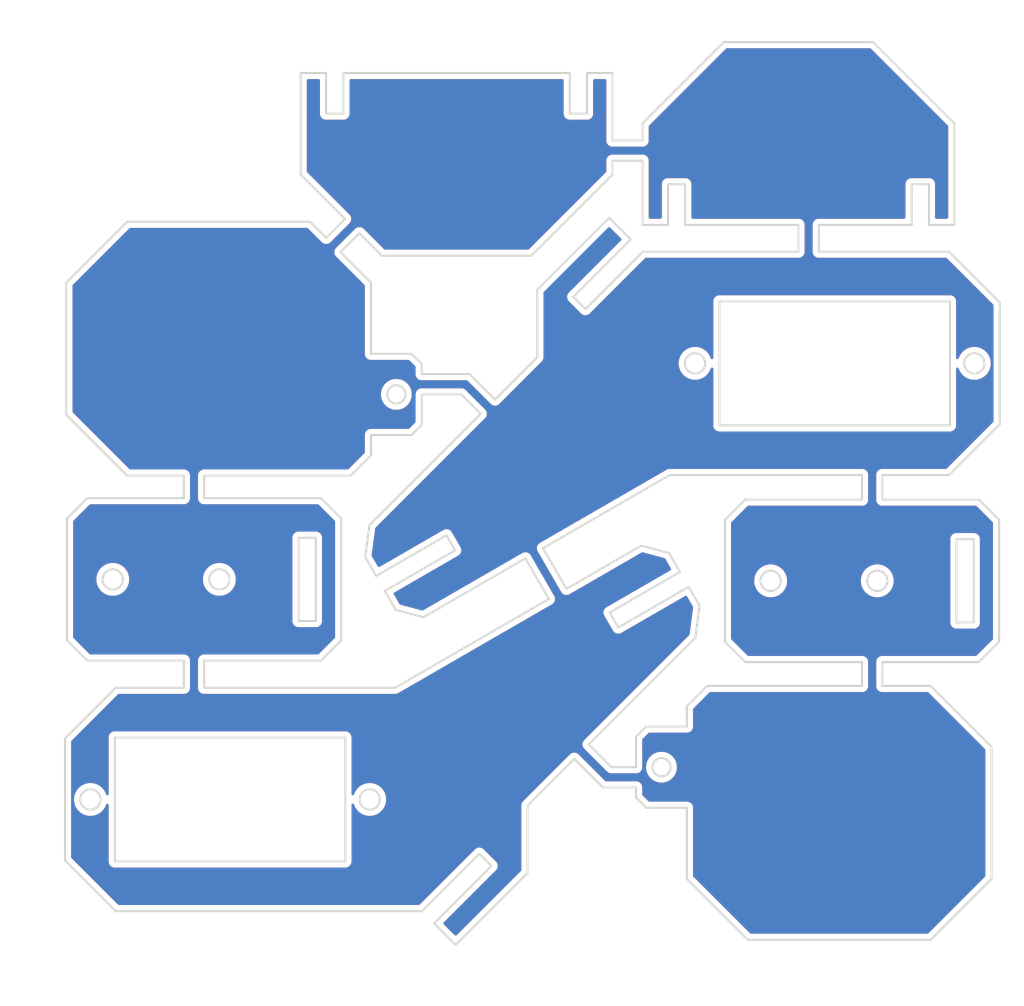
<source format=kicad_pcb>
(kicad_pcb (version 20171130) (host pcbnew "(5.1.5)-3")

  (general
    (thickness 1.6)
    (drawings 182)
    (tracks 0)
    (zones 0)
    (modules 0)
    (nets 1)
  )

  (page A4)
  (layers
    (0 F.Cu signal)
    (31 B.Cu signal)
    (32 B.Adhes user)
    (33 F.Adhes user)
    (34 B.Paste user)
    (35 F.Paste user)
    (36 B.SilkS user)
    (37 F.SilkS user)
    (38 B.Mask user)
    (39 F.Mask user)
    (40 Dwgs.User user)
    (41 Cmts.User user)
    (42 Eco1.User user)
    (43 Eco2.User user)
    (44 Edge.Cuts user)
    (45 Margin user)
    (46 B.CrtYd user)
    (47 F.CrtYd user)
    (48 B.Fab user)
    (49 F.Fab user)
  )

  (setup
    (last_trace_width 0.25)
    (trace_clearance 0.2)
    (zone_clearance 0.508)
    (zone_45_only no)
    (trace_min 0.2)
    (via_size 0.8)
    (via_drill 0.4)
    (via_min_size 0.4)
    (via_min_drill 0.3)
    (uvia_size 0.3)
    (uvia_drill 0.1)
    (uvias_allowed no)
    (uvia_min_size 0.2)
    (uvia_min_drill 0.1)
    (edge_width 0.05)
    (segment_width 0.2)
    (pcb_text_width 0.3)
    (pcb_text_size 1.5 1.5)
    (mod_edge_width 0.12)
    (mod_text_size 1 1)
    (mod_text_width 0.15)
    (pad_size 1.524 1.524)
    (pad_drill 0.762)
    (pad_to_mask_clearance 0.051)
    (solder_mask_min_width 0.25)
    (aux_axis_origin 0 0)
    (visible_elements FFFFFF7F)
    (pcbplotparams
      (layerselection 0x010fc_ffffffff)
      (usegerberextensions false)
      (usegerberattributes false)
      (usegerberadvancedattributes false)
      (creategerberjobfile false)
      (excludeedgelayer true)
      (linewidth 0.100000)
      (plotframeref false)
      (viasonmask false)
      (mode 1)
      (useauxorigin false)
      (hpglpennumber 1)
      (hpglpenspeed 20)
      (hpglpendiameter 15.000000)
      (psnegative false)
      (psa4output false)
      (plotreference true)
      (plotvalue true)
      (plotinvisibletext false)
      (padsonsilk false)
      (subtractmaskfromsilk false)
      (outputformat 1)
      (mirror false)
      (drillshape 1)
      (scaleselection 1)
      (outputdirectory ""))
  )

  (net 0 "")

  (net_class Default "これはデフォルトのネット クラスです。"
    (clearance 0.2)
    (trace_width 0.25)
    (via_dia 0.8)
    (via_drill 0.4)
    (uvia_dia 0.3)
    (uvia_drill 0.1)
  )

  (gr_line (start 152.936709 125.457917) (end 152.936709 122.457917) (layer Edge.Cuts) (width 0.2))
  (gr_line (start 153.452212 103.638327) (end 156.184263 104.370378) (layer Edge.Cuts) (width 0.2))
  (gr_line (start 121.401 111.065) (end 121.401 102.865) (layer Edge.Cuts) (width 0.2))
  (gr_line (start 101.6035 134.738327) (end 124.3035 134.738327) (layer Edge.Cuts) (width 0.2))
  (gr_line (start 158.770049 112.712794) (end 148.264722 123.218121) (layer Edge.Cuts) (width 0.2))
  (gr_line (start 175.185455 115.109114) (end 163.685455 115.109114) (layer Edge.Cuts) (width 0.2))
  (gr_line (start 158.109263 107.704575) (end 159.184263 109.56653) (layer Edge.Cuts) (width 0.2))
  (gr_line (start 153.936709 121.457917) (end 157.936709 121.457917) (layer Edge.Cuts) (width 0.2))
  (gr_line (start 151.181059 111.704575) (end 158.109263 107.704575) (layer Edge.Cuts) (width 0.2))
  (gr_line (start 157.259263 106.232332) (end 150.331059 110.232332) (layer Edge.Cuts) (width 0.2))
  (gr_line (start 121.401 102.865) (end 119.701 102.865) (layer Edge.Cuts) (width 0.2))
  (gr_line (start 152.936709 122.457917) (end 153.936709 121.457917) (layer Edge.Cuts) (width 0.2))
  (gr_line (start 119.701 102.865) (end 119.701 111.065) (layer Edge.Cuts) (width 0.2))
  (gr_circle (center 126.7035 128.638327) (end 127.7035 128.638327) (layer Edge.Cuts) (width 0.2))
  (gr_line (start 175.185455 96.693305) (end 156.244296 96.693305) (layer Edge.Cuts) (width 0.2))
  (gr_circle (center 101.401 106.965) (end 102.401 106.965) (layer Edge.Cuts) (width 0.2))
  (gr_line (start 124.3035 122.538327) (end 101.6035 122.538327) (layer Edge.Cuts) (width 0.2))
  (gr_circle (center 99.2035 128.638327) (end 100.2035 128.638327) (layer Edge.Cuts) (width 0.2))
  (gr_circle (center 155.436709 125.457917) (end 156.336709 125.457917) (layer Edge.Cuts) (width 0.2))
  (gr_line (start 143.769362 103.895712) (end 146.078624 107.89547) (layer Edge.Cuts) (width 0.2))
  (gr_line (start 119.701 111.065) (end 121.401 111.065) (layer Edge.Cuts) (width 0.2))
  (gr_line (start 124.3035 134.738327) (end 124.3035 122.538327) (layer Edge.Cuts) (width 0.2))
  (gr_line (start 146.078624 107.89547) (end 153.452212 103.638327) (layer Edge.Cuts) (width 0.2))
  (gr_line (start 159.184263 109.56653) (end 158.770049 112.712794) (layer Edge.Cuts) (width 0.2))
  (gr_line (start 101.6035 122.538327) (end 101.6035 134.738327) (layer Edge.Cuts) (width 0.2))
  (gr_line (start 163.685455 115.109114) (end 161.685455 113.109114) (layer Edge.Cuts) (width 0.2))
  (gr_line (start 159.936709 117.457917) (end 175.185455 117.457917) (layer Edge.Cuts) (width 0.2))
  (gr_line (start 175.185455 99.109114) (end 175.185455 96.693305) (layer Edge.Cuts) (width 0.2))
  (gr_line (start 150.504518 125.457917) (end 152.936709 125.457917) (layer Edge.Cuts) (width 0.2))
  (gr_line (start 175.185455 117.457917) (end 175.185455 115.109114) (layer Edge.Cuts) (width 0.2))
  (gr_circle (center 111.901 106.965) (end 112.901 106.965) (layer Edge.Cuts) (width 0.2))
  (gr_line (start 161.685455 113.109114) (end 161.685455 101.109114) (layer Edge.Cuts) (width 0.2))
  (gr_line (start 148.264722 123.218121) (end 150.504518 125.457917) (layer Edge.Cuts) (width 0.2))
  (gr_line (start 157.936709 121.457917) (end 157.936709 119.457917) (layer Edge.Cuts) (width 0.2))
  (gr_line (start 156.244296 96.693305) (end 143.769362 103.895712) (layer Edge.Cuts) (width 0.2))
  (gr_line (start 163.685455 99.109114) (end 175.185455 99.109114) (layer Edge.Cuts) (width 0.2))
  (gr_line (start 150.331059 110.232332) (end 151.181059 111.704575) (layer Edge.Cuts) (width 0.2))
  (gr_line (start 157.936709 119.457917) (end 159.936709 117.457917) (layer Edge.Cuts) (width 0.2))
  (gr_line (start 156.184263 104.370378) (end 157.259263 106.232332) (layer Edge.Cuts) (width 0.2))
  (gr_line (start 126.82618 92.748518) (end 126.82618 94.748518) (layer Edge.Cuts) (width 0.2))
  (gr_line (start 135.116737 104.0993) (end 134.266737 102.627056) (layer Edge.Cuts) (width 0.2))
  (gr_line (start 124.82618 96.748518) (end 110.401 96.748518) (layer Edge.Cuts) (width 0.2))
  (gr_line (start 186.185455 111.209114) (end 186.185455 103.009114) (layer Edge.Cuts) (width 0.2))
  (gr_line (start 184.485455 111.209114) (end 186.185455 111.209114) (layer Edge.Cuts) (width 0.2))
  (gr_line (start 183.844296 79.593305) (end 161.144296 79.593305) (layer Edge.Cuts) (width 0.2))
  (gr_line (start 184.485455 103.009114) (end 184.485455 111.209114) (layer Edge.Cuts) (width 0.2))
  (gr_line (start 110.401 117.638327) (end 129.2035 117.638327) (layer Edge.Cuts) (width 0.2))
  (gr_circle (center 166.185455 107.109114) (end 167.185455 107.109114) (layer Edge.Cuts) (width 0.2))
  (gr_circle (center 176.685455 107.109114) (end 177.685455 107.109114) (layer Edge.Cuts) (width 0.2))
  (gr_line (start 131.82618 91.748518) (end 130.82618 92.748518) (layer Edge.Cuts) (width 0.2))
  (gr_line (start 161.144296 91.793305) (end 183.844296 91.793305) (layer Edge.Cuts) (width 0.2))
  (gr_line (start 130.82618 92.748518) (end 126.82618 92.748518) (layer Edge.Cuts) (width 0.2))
  (gr_line (start 161.144296 79.593305) (end 161.144296 91.793305) (layer Edge.Cuts) (width 0.2))
  (gr_line (start 108.401 98.965) (end 108.401 96.748518) (layer Edge.Cuts) (width 0.2))
  (gr_line (start 123.901 100.965) (end 123.901 112.965) (layer Edge.Cuts) (width 0.2))
  (gr_circle (center 158.744296 85.693305) (end 159.744296 85.693305) (layer Edge.Cuts) (width 0.2))
  (gr_circle (center 129.32618 88.748518) (end 130.22618 88.748518) (layer Edge.Cuts) (width 0.2))
  (gr_line (start 131.82618 88.748518) (end 131.82618 91.748518) (layer Edge.Cuts) (width 0.2))
  (gr_line (start 129.2035 117.638327) (end 144.346573 108.89547) (layer Edge.Cuts) (width 0.2))
  (gr_line (start 137.633701 90.662884) (end 135.719335 88.748518) (layer Edge.Cuts) (width 0.2))
  (gr_line (start 128.188534 108.0993) (end 135.116737 104.0993) (layer Edge.Cuts) (width 0.2))
  (gr_line (start 96.82618 90.748518) (end 96.82618 77.748518) (layer Edge.Cuts) (width 0.2))
  (gr_line (start 108.401 96.748518) (end 102.82618 96.748518) (layer Edge.Cuts) (width 0.2))
  (gr_line (start 123.901 112.965) (end 121.901 114.965) (layer Edge.Cuts) (width 0.2))
  (gr_line (start 110.401 96.748518) (end 110.401 98.965) (layer Edge.Cuts) (width 0.2))
  (gr_line (start 135.719335 88.748518) (end 131.82618 88.748518) (layer Edge.Cuts) (width 0.2))
  (gr_line (start 126.677748 101.618837) (end 137.633701 90.662884) (layer Edge.Cuts) (width 0.2))
  (gr_line (start 144.346573 108.89547) (end 142.037311 104.895712) (layer Edge.Cuts) (width 0.2))
  (gr_line (start 126.263534 104.765102) (end 126.677748 101.618837) (layer Edge.Cuts) (width 0.2))
  (gr_line (start 134.266737 102.627056) (end 127.338534 106.627056) (layer Edge.Cuts) (width 0.2))
  (gr_line (start 129.263534 109.961254) (end 128.188534 108.0993) (layer Edge.Cuts) (width 0.2))
  (gr_line (start 131.995585 110.693305) (end 129.263534 109.961254) (layer Edge.Cuts) (width 0.2))
  (gr_line (start 142.037311 104.895712) (end 131.995585 110.693305) (layer Edge.Cuts) (width 0.2))
  (gr_line (start 110.401 114.965) (end 110.401 117.638327) (layer Edge.Cuts) (width 0.2))
  (gr_line (start 110.401 98.965) (end 121.901 98.965) (layer Edge.Cuts) (width 0.2))
  (gr_line (start 121.901 98.965) (end 123.901 100.965) (layer Edge.Cuts) (width 0.2))
  (gr_line (start 121.901 114.965) (end 110.401 114.965) (layer Edge.Cuts) (width 0.2))
  (gr_line (start 126.82618 94.748518) (end 124.82618 96.748518) (layer Edge.Cuts) (width 0.2))
  (gr_line (start 127.338534 106.627056) (end 126.263534 104.765102) (layer Edge.Cuts) (width 0.2))
  (gr_line (start 183.844296 91.793305) (end 183.844296 79.593305) (layer Edge.Cuts) (width 0.2))
  (gr_line (start 102.82618 96.748518) (end 96.82618 90.748518) (layer Edge.Cuts) (width 0.2))
  (gr_line (start 96.82618 77.748518) (end 102.82618 71.748518) (layer Edge.Cuts) (width 0.2))
  (gr_circle (center 186.244296 85.693305) (end 187.244296 85.693305) (layer Edge.Cuts) (width 0.2))
  (gr_line (start 161.685455 101.109114) (end 163.685455 99.109114) (layer Edge.Cuts) (width 0.2))
  (gr_line (start 186.185455 103.009114) (end 184.485455 103.009114) (layer Edge.Cuts) (width 0.2))
  (gr_line (start 147.946426 80.350159) (end 153.60328 74.693305) (layer Edge.Cuts) (width 0.2))
  (gr_line (start 143.20881 85.087775) (end 143.20881 78.440971) (layer Edge.Cuts) (width 0.2))
  (gr_line (start 146.405655 61.097832) (end 148.105655 61.097832) (layer Edge.Cuts) (width 0.2))
  (gr_line (start 136.547762 86.748518) (end 139.047915 89.24867) (layer Edge.Cuts) (width 0.2))
  (gr_line (start 119.905655 57.097832) (end 122.405655 57.097832) (layer Edge.Cuts) (width 0.2))
  (gr_line (start 153.575507 72.057788) (end 153.575507 65.743154) (layer Edge.Cuts) (width 0.2))
  (gr_line (start 150.279878 71.369903) (end 152.401199 73.491223) (layer Edge.Cuts) (width 0.2))
  (gr_line (start 139.047915 89.24867) (end 143.20881 85.087775) (layer Edge.Cuts) (width 0.2))
  (gr_line (start 124.105655 57.097832) (end 146.405655 57.097832) (layer Edge.Cuts) (width 0.2))
  (gr_line (start 122.405655 57.097832) (end 122.405655 61.097832) (layer Edge.Cuts) (width 0.2))
  (gr_line (start 124.105655 61.097832) (end 124.105655 57.097832) (layer Edge.Cuts) (width 0.2))
  (gr_line (start 119.905655 67.097832) (end 119.905655 57.097832) (layer Edge.Cuts) (width 0.2))
  (gr_line (start 124.277047 71.469224) (end 119.905655 67.097832) (layer Edge.Cuts) (width 0.2))
  (gr_line (start 157.775507 72.057788) (end 157.775507 68.057788) (layer Edge.Cuts) (width 0.2))
  (gr_line (start 122.411966 73.334304) (end 124.277047 71.469224) (layer Edge.Cuts) (width 0.2))
  (gr_line (start 120.82618 71.748518) (end 122.411966 73.334304) (layer Edge.Cuts) (width 0.2))
  (gr_line (start 102.82618 71.748518) (end 120.82618 71.748518) (layer Edge.Cuts) (width 0.2))
  (gr_line (start 153.575507 65.743154) (end 150.605655 65.743154) (layer Edge.Cuts) (width 0.2))
  (gr_line (start 143.20881 78.440971) (end 150.279878 71.369903) (layer Edge.Cuts) (width 0.2))
  (gr_line (start 131.82618 86.748518) (end 136.547762 86.748518) (layer Edge.Cuts) (width 0.2))
  (gr_line (start 126.82618 84.748518) (end 130.82618 84.748518) (layer Edge.Cuts) (width 0.2))
  (gr_line (start 125.69126 72.883437) (end 123.82618 74.748518) (layer Edge.Cuts) (width 0.2))
  (gr_line (start 157.775507 68.057788) (end 156.075507 68.057788) (layer Edge.Cuts) (width 0.2))
  (gr_line (start 153.60328 74.693305) (end 168.925507 74.693305) (layer Edge.Cuts) (width 0.2))
  (gr_line (start 126.82618 77.748518) (end 126.82618 84.748518) (layer Edge.Cuts) (width 0.2))
  (gr_line (start 127.905655 75.097832) (end 125.69126 72.883437) (layer Edge.Cuts) (width 0.2))
  (gr_line (start 150.605655 65.743154) (end 150.605655 67.097832) (layer Edge.Cuts) (width 0.2))
  (gr_line (start 142.605655 75.097832) (end 127.905655 75.097832) (layer Edge.Cuts) (width 0.2))
  (gr_line (start 150.605655 67.097832) (end 142.605655 75.097832) (layer Edge.Cuts) (width 0.2))
  (gr_line (start 131.82618 85.748518) (end 131.82618 86.748518) (layer Edge.Cuts) (width 0.2))
  (gr_line (start 130.82618 84.748518) (end 131.82618 85.748518) (layer Edge.Cuts) (width 0.2))
  (gr_line (start 156.075507 72.057788) (end 153.575507 72.057788) (layer Edge.Cuts) (width 0.2))
  (gr_line (start 168.925507 72.057788) (end 157.775507 72.057788) (layer Edge.Cuts) (width 0.2))
  (gr_line (start 168.925507 74.693305) (end 168.925507 72.057788) (layer Edge.Cuts) (width 0.2))
  (gr_line (start 156.075507 68.057788) (end 156.075507 72.057788) (layer Edge.Cuts) (width 0.2))
  (gr_line (start 146.744344 79.148078) (end 147.946426 80.350159) (layer Edge.Cuts) (width 0.2))
  (gr_line (start 150.605655 57.097832) (end 150.605655 63.743154) (layer Edge.Cuts) (width 0.2))
  (gr_line (start 148.105655 57.097832) (end 150.605655 57.097832) (layer Edge.Cuts) (width 0.2))
  (gr_line (start 148.105655 61.097832) (end 148.105655 57.097832) (layer Edge.Cuts) (width 0.2))
  (gr_line (start 152.401199 73.491223) (end 146.744344 79.148078) (layer Edge.Cuts) (width 0.2))
  (gr_line (start 146.405655 57.097832) (end 146.405655 61.097832) (layer Edge.Cuts) (width 0.2))
  (gr_line (start 122.405655 61.097832) (end 124.105655 61.097832) (layer Edge.Cuts) (width 0.2))
  (gr_line (start 123.82618 74.748518) (end 126.82618 77.748518) (layer Edge.Cuts) (width 0.2))
  (gr_line (start 188.744296 79.693305) (end 188.744296 91.693305) (layer Edge.Cuts) (width 0.2))
  (gr_line (start 170.925507 74.693305) (end 183.744296 74.693305) (layer Edge.Cuts) (width 0.2))
  (gr_line (start 181.775507 72.057788) (end 181.775507 68.057788) (layer Edge.Cuts) (width 0.2))
  (gr_line (start 176.275507 54.057788) (end 184.275507 62.057788) (layer Edge.Cuts) (width 0.2))
  (gr_line (start 153.575507 63.743154) (end 153.575507 62.057788) (layer Edge.Cuts) (width 0.2))
  (gr_line (start 188.685455 113.109114) (end 186.685455 115.109114) (layer Edge.Cuts) (width 0.2))
  (gr_line (start 187.936709 123.457917) (end 187.936709 136.457917) (layer Edge.Cuts) (width 0.2))
  (gr_line (start 177.185455 99.109114) (end 186.685455 99.109114) (layer Edge.Cuts) (width 0.2))
  (gr_line (start 186.685455 115.109114) (end 177.185455 115.109114) (layer Edge.Cuts) (width 0.2))
  (gr_line (start 170.925507 72.057788) (end 170.925507 74.693305) (layer Edge.Cuts) (width 0.2))
  (gr_line (start 180.075507 68.057788) (end 180.075507 72.057788) (layer Edge.Cuts) (width 0.2))
  (gr_line (start 186.685455 99.109114) (end 188.685455 101.109114) (layer Edge.Cuts) (width 0.2))
  (gr_line (start 153.575507 62.057788) (end 161.575507 54.057788) (layer Edge.Cuts) (width 0.2))
  (gr_line (start 181.936709 142.457917) (end 163.936709 142.457917) (layer Edge.Cuts) (width 0.2))
  (gr_line (start 183.744296 74.693305) (end 188.744296 79.693305) (layer Edge.Cuts) (width 0.2))
  (gr_line (start 187.936709 136.457917) (end 181.936709 142.457917) (layer Edge.Cuts) (width 0.2))
  (gr_line (start 181.936709 117.457917) (end 187.936709 123.457917) (layer Edge.Cuts) (width 0.2))
  (gr_line (start 177.185455 117.457917) (end 181.936709 117.457917) (layer Edge.Cuts) (width 0.2))
  (gr_line (start 177.185455 115.109114) (end 177.185455 117.457917) (layer Edge.Cuts) (width 0.2))
  (gr_line (start 188.685455 101.109114) (end 188.685455 113.109114) (layer Edge.Cuts) (width 0.2))
  (gr_line (start 177.185455 96.693305) (end 177.185455 99.109114) (layer Edge.Cuts) (width 0.2))
  (gr_line (start 184.275507 72.057788) (end 181.775507 72.057788) (layer Edge.Cuts) (width 0.2))
  (gr_line (start 161.575507 54.057788) (end 176.275507 54.057788) (layer Edge.Cuts) (width 0.2))
  (gr_line (start 150.605655 63.743154) (end 153.575507 63.743154) (layer Edge.Cuts) (width 0.2))
  (gr_line (start 181.775507 68.057788) (end 180.075507 68.057788) (layer Edge.Cuts) (width 0.2))
  (gr_line (start 180.075507 72.057788) (end 170.925507 72.057788) (layer Edge.Cuts) (width 0.2))
  (gr_line (start 184.275507 62.057788) (end 184.275507 72.057788) (layer Edge.Cuts) (width 0.2))
  (gr_line (start 183.744296 96.693305) (end 177.185455 96.693305) (layer Edge.Cuts) (width 0.2))
  (gr_line (start 188.744296 91.693305) (end 183.744296 96.693305) (layer Edge.Cuts) (width 0.2))
  (gr_line (start 149.676091 127.457917) (end 146.850509 124.632335) (layer Edge.Cuts) (width 0.2))
  (gr_line (start 157.936709 129.457917) (end 153.936709 129.457917) (layer Edge.Cuts) (width 0.2))
  (gr_line (start 157.936709 136.457917) (end 157.936709 129.457917) (layer Edge.Cuts) (width 0.2))
  (gr_line (start 152.936709 127.457917) (end 149.676091 127.457917) (layer Edge.Cuts) (width 0.2))
  (gr_line (start 152.936709 128.457917) (end 152.936709 127.457917) (layer Edge.Cuts) (width 0.2))
  (gr_line (start 153.936709 129.457917) (end 152.936709 128.457917) (layer Edge.Cuts) (width 0.2))
  (gr_line (start 135.167918 142.961729) (end 133.046598 140.840408) (layer Edge.Cuts) (width 0.2))
  (gr_line (start 142.238986 135.890661) (end 135.167918 142.961729) (layer Edge.Cuts) (width 0.2))
  (gr_line (start 142.238986 129.243857) (end 142.238986 135.890661) (layer Edge.Cuts) (width 0.2))
  (gr_line (start 163.936709 142.457917) (end 157.936709 136.457917) (layer Edge.Cuts) (width 0.2))
  (gr_line (start 146.850509 124.632335) (end 142.238986 129.243857) (layer Edge.Cuts) (width 0.2))
  (gr_line (start 96.901 112.965) (end 96.901 100.965) (layer Edge.Cuts) (width 0.2))
  (gr_line (start 98.901 114.965) (end 96.901 112.965) (layer Edge.Cuts) (width 0.2))
  (gr_line (start 131.844517 139.638327) (end 101.7035 139.638327) (layer Edge.Cuts) (width 0.2))
  (gr_line (start 137.501371 133.981473) (end 131.844517 139.638327) (layer Edge.Cuts) (width 0.2))
  (gr_line (start 138.703452 135.183554) (end 137.501371 133.981473) (layer Edge.Cuts) (width 0.2))
  (gr_line (start 108.401 114.965) (end 98.901 114.965) (layer Edge.Cuts) (width 0.2))
  (gr_line (start 108.401 117.638327) (end 108.401 114.965) (layer Edge.Cuts) (width 0.2))
  (gr_line (start 101.7035 117.638327) (end 108.401 117.638327) (layer Edge.Cuts) (width 0.2))
  (gr_line (start 96.7035 134.638327) (end 96.7035 122.638327) (layer Edge.Cuts) (width 0.2))
  (gr_line (start 96.7035 122.638327) (end 101.7035 117.638327) (layer Edge.Cuts) (width 0.2))
  (gr_line (start 101.7035 139.638327) (end 96.7035 134.638327) (layer Edge.Cuts) (width 0.2))
  (gr_line (start 133.046598 140.840408) (end 138.703452 135.183554) (layer Edge.Cuts) (width 0.2))
  (gr_line (start 98.901 98.965) (end 108.401 98.965) (layer Edge.Cuts) (width 0.2))
  (gr_line (start 96.901 100.965) (end 98.901 98.965) (layer Edge.Cuts) (width 0.2))

  (zone (net 0) (net_name "") (layer F.Cu) (tstamp 0) (hatch edge 0.508)
    (connect_pads (clearance 0.508))
    (min_thickness 0.254)
    (fill yes (arc_segments 32) (thermal_gap 0.508) (thermal_bridge_width 0.508))
    (polygon
      (pts
        (xy 190.754 50.292) (xy 191.135 147.193) (xy 91.186 148.971) (xy 90.297 50.8) (xy 90.297 49.911)
      )
    )
    (filled_polygon
      (pts
        (xy 183.540507 62.362235) (xy 183.540508 71.322788) (xy 182.510507 71.322788) (xy 182.510507 68.093893) (xy 182.514063 68.057788)
        (xy 182.499872 67.913703) (xy 182.457844 67.775155) (xy 182.389594 67.647468) (xy 182.297745 67.53555) (xy 182.185827 67.443701)
        (xy 182.05814 67.375451) (xy 181.919592 67.333423) (xy 181.811612 67.322788) (xy 181.775507 67.319232) (xy 181.739402 67.322788)
        (xy 180.111612 67.322788) (xy 180.075507 67.319232) (xy 180.039402 67.322788) (xy 179.931422 67.333423) (xy 179.792874 67.375451)
        (xy 179.665187 67.443701) (xy 179.553269 67.53555) (xy 179.46142 67.647468) (xy 179.39317 67.775155) (xy 179.351142 67.913703)
        (xy 179.336951 68.057788) (xy 179.340507 68.093893) (xy 179.340508 71.322788) (xy 170.961612 71.322788) (xy 170.925507 71.319232)
        (xy 170.889402 71.322788) (xy 170.781422 71.333423) (xy 170.642874 71.375451) (xy 170.515187 71.443701) (xy 170.403269 71.53555)
        (xy 170.31142 71.647468) (xy 170.24317 71.775155) (xy 170.201142 71.913703) (xy 170.186951 72.057788) (xy 170.190507 72.093892)
        (xy 170.190508 74.65719) (xy 170.186951 74.693305) (xy 170.201142 74.83739) (xy 170.24317 74.975938) (xy 170.31142 75.103625)
        (xy 170.403269 75.215543) (xy 170.515187 75.307392) (xy 170.642874 75.375642) (xy 170.781422 75.41767) (xy 170.889402 75.428305)
        (xy 170.925507 75.431861) (xy 170.961612 75.428305) (xy 183.43985 75.428305) (xy 188.009296 79.997752) (xy 188.009297 91.388857)
        (xy 183.43985 95.958305) (xy 177.22156 95.958305) (xy 177.185455 95.954749) (xy 177.14935 95.958305) (xy 177.04137 95.96894)
        (xy 176.902822 96.010968) (xy 176.775135 96.079218) (xy 176.663217 96.171067) (xy 176.571368 96.282985) (xy 176.503118 96.410672)
        (xy 176.46109 96.54922) (xy 176.446899 96.693305) (xy 176.450455 96.72941) (xy 176.450456 99.072999) (xy 176.446899 99.109114)
        (xy 176.46109 99.253199) (xy 176.503118 99.391747) (xy 176.571368 99.519434) (xy 176.663217 99.631352) (xy 176.775135 99.723201)
        (xy 176.902822 99.791451) (xy 177.04137 99.833479) (xy 177.14935 99.844114) (xy 177.185455 99.84767) (xy 177.22156 99.844114)
        (xy 186.381009 99.844114) (xy 187.950455 101.413561) (xy 187.950456 112.804666) (xy 186.381009 114.374114) (xy 177.22156 114.374114)
        (xy 177.185455 114.370558) (xy 177.14935 114.374114) (xy 177.04137 114.384749) (xy 176.902822 114.426777) (xy 176.775135 114.495027)
        (xy 176.663217 114.586876) (xy 176.571368 114.698794) (xy 176.503118 114.826481) (xy 176.46109 114.965029) (xy 176.446899 115.109114)
        (xy 176.450455 115.145219) (xy 176.450456 117.421802) (xy 176.446899 117.457917) (xy 176.46109 117.602002) (xy 176.503118 117.74055)
        (xy 176.571368 117.868237) (xy 176.663217 117.980155) (xy 176.775135 118.072004) (xy 176.902822 118.140254) (xy 177.04137 118.182282)
        (xy 177.14935 118.192917) (xy 177.185455 118.196473) (xy 177.22156 118.192917) (xy 181.632263 118.192917) (xy 187.201709 123.762364)
        (xy 187.20171 136.153469) (xy 181.632263 141.722917) (xy 164.241156 141.722917) (xy 158.671709 136.153471) (xy 158.671709 129.494022)
        (xy 158.675265 129.457917) (xy 158.661074 129.313832) (xy 158.619046 129.175284) (xy 158.550796 129.047597) (xy 158.458947 128.935679)
        (xy 158.347029 128.84383) (xy 158.219342 128.77558) (xy 158.080794 128.733552) (xy 157.972814 128.722917) (xy 157.936709 128.719361)
        (xy 157.900604 128.722917) (xy 154.241156 128.722917) (xy 153.671709 128.153471) (xy 153.671709 127.494022) (xy 153.675265 127.457917)
        (xy 153.661074 127.313832) (xy 153.619046 127.175284) (xy 153.550796 127.047597) (xy 153.458947 126.935679) (xy 153.347029 126.84383)
        (xy 153.219342 126.77558) (xy 153.080794 126.733552) (xy 152.972814 126.722917) (xy 152.936709 126.719361) (xy 152.900604 126.722917)
        (xy 149.980538 126.722917) (xy 147.395768 124.138148) (xy 147.372747 124.110097) (xy 147.260829 124.018248) (xy 147.133142 123.949998)
        (xy 146.994594 123.90797) (xy 146.850509 123.893779) (xy 146.706424 123.90797) (xy 146.567875 123.949998) (xy 146.440189 124.018248)
        (xy 146.356315 124.087082) (xy 146.356306 124.087091) (xy 146.328272 124.110098) (xy 146.305265 124.138132) (xy 141.744794 128.698603)
        (xy 141.716748 128.72162) (xy 141.624899 128.833538) (xy 141.556649 128.961225) (xy 141.550907 128.980155) (xy 141.514621 129.099772)
        (xy 141.50043 129.243857) (xy 141.503986 129.279962) (xy 141.503987 135.586213) (xy 135.167918 141.922282) (xy 134.086044 140.840408)
        (xy 139.197655 135.728798) (xy 139.225689 135.705791) (xy 139.248696 135.677757) (xy 139.248705 135.677748) (xy 139.317539 135.593874)
        (xy 139.385789 135.466188) (xy 139.427817 135.327639) (xy 139.442008 135.183554) (xy 139.427817 135.039469) (xy 139.385789 134.900921)
        (xy 139.317539 134.773234) (xy 139.22569 134.661316) (xy 139.197645 134.6383) (xy 138.046629 133.487285) (xy 138.023609 133.459235)
        (xy 137.911691 133.367386) (xy 137.784004 133.299136) (xy 137.645456 133.257108) (xy 137.501371 133.242917) (xy 137.357286 133.257108)
        (xy 137.218737 133.299136) (xy 137.091051 133.367386) (xy 137.007177 133.43622) (xy 137.007168 133.436229) (xy 136.979134 133.459236)
        (xy 136.956127 133.48727) (xy 131.540071 138.903327) (xy 102.007947 138.903327) (xy 97.4385 134.333881) (xy 97.4385 128.466307)
        (xy 97.456951 128.466307) (xy 97.456951 128.810347) (xy 97.52407 129.147777) (xy 97.655728 129.465628) (xy 97.846867 129.751687)
        (xy 98.09014 129.99496) (xy 98.376199 130.186099) (xy 98.69405 130.317757) (xy 99.03148 130.384876) (xy 99.37552 130.384876)
        (xy 99.71295 130.317757) (xy 100.030801 130.186099) (xy 100.31686 129.99496) (xy 100.560133 129.751687) (xy 100.751272 129.465628)
        (xy 100.868501 129.182614) (xy 100.868501 134.702212) (xy 100.864944 134.738327) (xy 100.879135 134.882412) (xy 100.921163 135.02096)
        (xy 100.989413 135.148647) (xy 101.081262 135.260565) (xy 101.19318 135.352414) (xy 101.320867 135.420664) (xy 101.459415 135.462692)
        (xy 101.567395 135.473327) (xy 101.6035 135.476883) (xy 101.639605 135.473327) (xy 124.267395 135.473327) (xy 124.3035 135.476883)
        (xy 124.339605 135.473327) (xy 124.447585 135.462692) (xy 124.586133 135.420664) (xy 124.71382 135.352414) (xy 124.825738 135.260565)
        (xy 124.917587 135.148647) (xy 124.985837 135.02096) (xy 125.027865 134.882412) (xy 125.042056 134.738327) (xy 125.0385 134.702222)
        (xy 125.0385 129.182614) (xy 125.155728 129.465628) (xy 125.346867 129.751687) (xy 125.59014 129.99496) (xy 125.876199 130.186099)
        (xy 126.19405 130.317757) (xy 126.53148 130.384876) (xy 126.87552 130.384876) (xy 127.21295 130.317757) (xy 127.530801 130.186099)
        (xy 127.81686 129.99496) (xy 128.060133 129.751687) (xy 128.251272 129.465628) (xy 128.38293 129.147777) (xy 128.450049 128.810347)
        (xy 128.450049 128.466307) (xy 128.38293 128.128877) (xy 128.251272 127.811026) (xy 128.060133 127.524967) (xy 127.81686 127.281694)
        (xy 127.530801 127.090555) (xy 127.21295 126.958897) (xy 126.87552 126.891778) (xy 126.53148 126.891778) (xy 126.19405 126.958897)
        (xy 125.876199 127.090555) (xy 125.59014 127.281694) (xy 125.346867 127.524967) (xy 125.155728 127.811026) (xy 125.0385 128.09404)
        (xy 125.0385 122.574432) (xy 125.042056 122.538327) (xy 125.027865 122.394242) (xy 124.985837 122.255694) (xy 124.917587 122.128007)
        (xy 124.825738 122.016089) (xy 124.71382 121.92424) (xy 124.586133 121.85599) (xy 124.447585 121.813962) (xy 124.339605 121.803327)
        (xy 124.3035 121.799771) (xy 124.267395 121.803327) (xy 101.639605 121.803327) (xy 101.6035 121.799771) (xy 101.567395 121.803327)
        (xy 101.459415 121.813962) (xy 101.320867 121.85599) (xy 101.19318 121.92424) (xy 101.081262 122.016089) (xy 100.989413 122.128007)
        (xy 100.921163 122.255694) (xy 100.879135 122.394242) (xy 100.864944 122.538327) (xy 100.8685 122.574432) (xy 100.8685 128.09404)
        (xy 100.751272 127.811026) (xy 100.560133 127.524967) (xy 100.31686 127.281694) (xy 100.030801 127.090555) (xy 99.71295 126.958897)
        (xy 99.37552 126.891778) (xy 99.03148 126.891778) (xy 98.69405 126.958897) (xy 98.376199 127.090555) (xy 98.09014 127.281694)
        (xy 97.846867 127.524967) (xy 97.655728 127.811026) (xy 97.52407 128.128877) (xy 97.456951 128.466307) (xy 97.4385 128.466307)
        (xy 97.4385 122.942773) (xy 102.007947 118.373327) (xy 108.364895 118.373327) (xy 108.401 118.376883) (xy 108.437105 118.373327)
        (xy 108.545085 118.362692) (xy 108.683633 118.320664) (xy 108.81132 118.252414) (xy 108.923238 118.160565) (xy 109.015087 118.048647)
        (xy 109.083337 117.92096) (xy 109.125365 117.782412) (xy 109.139556 117.638327) (xy 109.136 117.602222) (xy 109.136 115.001105)
        (xy 109.139556 114.965) (xy 109.125365 114.820915) (xy 109.083337 114.682367) (xy 109.015087 114.55468) (xy 108.923238 114.442762)
        (xy 108.81132 114.350913) (xy 108.683633 114.282663) (xy 108.545085 114.240635) (xy 108.437105 114.23) (xy 108.401 114.226444)
        (xy 108.364895 114.23) (xy 99.205447 114.23) (xy 97.636 112.660554) (xy 97.636 106.79298) (xy 99.654451 106.79298)
        (xy 99.654451 107.13702) (xy 99.72157 107.47445) (xy 99.853228 107.792301) (xy 100.044367 108.07836) (xy 100.28764 108.321633)
        (xy 100.573699 108.512772) (xy 100.89155 108.64443) (xy 101.22898 108.711549) (xy 101.57302 108.711549) (xy 101.91045 108.64443)
        (xy 102.228301 108.512772) (xy 102.51436 108.321633) (xy 102.757633 108.07836) (xy 102.948772 107.792301) (xy 103.08043 107.47445)
        (xy 103.147549 107.13702) (xy 103.147549 106.79298) (xy 110.154451 106.79298) (xy 110.154451 107.13702) (xy 110.22157 107.47445)
        (xy 110.353228 107.792301) (xy 110.544367 108.07836) (xy 110.78764 108.321633) (xy 111.073699 108.512772) (xy 111.39155 108.64443)
        (xy 111.72898 108.711549) (xy 112.07302 108.711549) (xy 112.41045 108.64443) (xy 112.728301 108.512772) (xy 113.01436 108.321633)
        (xy 113.257633 108.07836) (xy 113.448772 107.792301) (xy 113.58043 107.47445) (xy 113.647549 107.13702) (xy 113.647549 106.79298)
        (xy 113.58043 106.45555) (xy 113.448772 106.137699) (xy 113.257633 105.85164) (xy 113.01436 105.608367) (xy 112.728301 105.417228)
        (xy 112.41045 105.28557) (xy 112.07302 105.218451) (xy 111.72898 105.218451) (xy 111.39155 105.28557) (xy 111.073699 105.417228)
        (xy 110.78764 105.608367) (xy 110.544367 105.85164) (xy 110.353228 106.137699) (xy 110.22157 106.45555) (xy 110.154451 106.79298)
        (xy 103.147549 106.79298) (xy 103.08043 106.45555) (xy 102.948772 106.137699) (xy 102.757633 105.85164) (xy 102.51436 105.608367)
        (xy 102.228301 105.417228) (xy 101.91045 105.28557) (xy 101.57302 105.218451) (xy 101.22898 105.218451) (xy 100.89155 105.28557)
        (xy 100.573699 105.417228) (xy 100.28764 105.608367) (xy 100.044367 105.85164) (xy 99.853228 106.137699) (xy 99.72157 106.45555)
        (xy 99.654451 106.79298) (xy 97.636 106.79298) (xy 97.636 102.865) (xy 118.962444 102.865) (xy 118.966 102.901105)
        (xy 118.966001 111.028885) (xy 118.962444 111.065) (xy 118.976635 111.209085) (xy 119.018663 111.347633) (xy 119.086913 111.47532)
        (xy 119.178762 111.587238) (xy 119.29068 111.679087) (xy 119.418367 111.747337) (xy 119.556915 111.789365) (xy 119.664895 111.8)
        (xy 119.701 111.803556) (xy 119.737105 111.8) (xy 121.364895 111.8) (xy 121.401 111.803556) (xy 121.437105 111.8)
        (xy 121.545085 111.789365) (xy 121.683633 111.747337) (xy 121.81132 111.679087) (xy 121.923238 111.587238) (xy 122.015087 111.47532)
        (xy 122.083337 111.347633) (xy 122.125365 111.209085) (xy 122.139556 111.065) (xy 122.136 111.028895) (xy 122.136 102.901105)
        (xy 122.139556 102.865) (xy 122.125365 102.720915) (xy 122.083337 102.582367) (xy 122.015087 102.45468) (xy 121.923238 102.342762)
        (xy 121.81132 102.250913) (xy 121.683633 102.182663) (xy 121.545085 102.140635) (xy 121.437105 102.13) (xy 121.401 102.126444)
        (xy 121.364895 102.13) (xy 119.737105 102.13) (xy 119.701 102.126444) (xy 119.664895 102.13) (xy 119.556915 102.140635)
        (xy 119.418367 102.182663) (xy 119.29068 102.250913) (xy 119.178762 102.342762) (xy 119.086913 102.45468) (xy 119.018663 102.582367)
        (xy 118.976635 102.720915) (xy 118.962444 102.865) (xy 97.636 102.865) (xy 97.636 101.269446) (xy 99.205447 99.7)
        (xy 108.364895 99.7) (xy 108.401 99.703556) (xy 108.437105 99.7) (xy 108.545085 99.689365) (xy 108.683633 99.647337)
        (xy 108.81132 99.579087) (xy 108.923238 99.487238) (xy 109.015087 99.37532) (xy 109.083337 99.247633) (xy 109.125365 99.109085)
        (xy 109.139556 98.965) (xy 109.136 98.928895) (xy 109.136 96.784623) (xy 109.139556 96.748518) (xy 109.662444 96.748518)
        (xy 109.666 96.784623) (xy 109.666001 98.928885) (xy 109.662444 98.965) (xy 109.676635 99.109085) (xy 109.718663 99.247633)
        (xy 109.786913 99.37532) (xy 109.878762 99.487238) (xy 109.99068 99.579087) (xy 110.118367 99.647337) (xy 110.256915 99.689365)
        (xy 110.364895 99.7) (xy 110.401 99.703556) (xy 110.437105 99.7) (xy 121.596554 99.7) (xy 123.166 101.269447)
        (xy 123.166001 112.660552) (xy 121.596554 114.23) (xy 110.437105 114.23) (xy 110.401 114.226444) (xy 110.364895 114.23)
        (xy 110.256915 114.240635) (xy 110.118367 114.282663) (xy 109.99068 114.350913) (xy 109.878762 114.442762) (xy 109.786913 114.55468)
        (xy 109.718663 114.682367) (xy 109.676635 114.820915) (xy 109.662444 114.965) (xy 109.666 115.001105) (xy 109.666001 117.602212)
        (xy 109.662444 117.638327) (xy 109.676635 117.782412) (xy 109.718663 117.92096) (xy 109.786913 118.048647) (xy 109.878762 118.160565)
        (xy 109.99068 118.252414) (xy 110.118367 118.320664) (xy 110.256915 118.362692) (xy 110.364895 118.373327) (xy 110.401 118.376883)
        (xy 110.437105 118.373327) (xy 129.14324 118.373327) (xy 129.155196 118.375301) (xy 129.215497 118.373327) (xy 129.239605 118.373327)
        (xy 129.251607 118.372145) (xy 129.299901 118.370564) (xy 129.32348 118.365066) (xy 129.347585 118.362692) (xy 129.393847 118.348659)
        (xy 129.440901 118.337687) (xy 129.462953 118.327696) (xy 129.486133 118.320664) (xy 129.528762 118.297878) (xy 129.539732 118.292908)
        (xy 129.560582 118.28087) (xy 129.61382 118.252414) (xy 129.623193 118.244722) (xy 144.682812 109.550048) (xy 144.715851 109.535078)
        (xy 144.745334 109.51395) (xy 144.74534 109.513947) (xy 144.833536 109.450747) (xy 144.932508 109.345075) (xy 145.008963 109.222126)
        (xy 145.059963 109.086623) (xy 145.083547 108.943775) (xy 145.07881 108.79907) (xy 145.078715 108.79866) (xy 145.045933 108.658068)
        (xy 145.001154 108.559237) (xy 145.001146 108.559223) (xy 144.98618 108.526193) (xy 144.965058 108.496718) (xy 142.691887 104.559472)
        (xy 142.676918 104.526435) (xy 142.655792 104.496953) (xy 142.655787 104.496945) (xy 142.592586 104.408749) (xy 142.486915 104.309777)
        (xy 142.363965 104.233321) (xy 142.228463 104.182322) (xy 142.085614 104.158738) (xy 141.940909 104.163475) (xy 141.799909 104.196352)
        (xy 141.701078 104.241131) (xy 141.701073 104.241134) (xy 141.668033 104.256104) (xy 141.63855 104.277232) (xy 131.891745 109.904553)
        (xy 129.747838 109.330095) (xy 129.192562 108.368329) (xy 135.452981 104.753875) (xy 135.486014 104.738908) (xy 135.515492 104.717784)
        (xy 135.515505 104.717777) (xy 135.6037 104.654576) (xy 135.702673 104.548905) (xy 135.779128 104.425955) (xy 135.830127 104.290453)
        (xy 135.853712 104.147604) (xy 135.848974 104.002899) (xy 135.816098 103.861899) (xy 135.809533 103.847409) (xy 143.032388 103.847409)
        (xy 143.037125 103.992113) (xy 143.070002 104.133113) (xy 143.090869 104.179167) (xy 143.129754 104.26499) (xy 143.150885 104.294478)
        (xy 145.424048 108.231711) (xy 145.439016 108.264747) (xy 145.460141 108.294227) (xy 145.460147 108.294237) (xy 145.523348 108.382433)
        (xy 145.629019 108.481405) (xy 145.751969 108.557861) (xy 145.887471 108.60886) (xy 146.03032 108.632444) (xy 146.175025 108.627707)
        (xy 146.316025 108.59483) (xy 146.414856 108.550051) (xy 146.414858 108.55005) (xy 146.447902 108.535078) (xy 146.47739 108.513947)
        (xy 153.556055 104.427079) (xy 155.699958 105.001537) (xy 156.255234 105.963304) (xy 149.994828 109.577751) (xy 149.961781 109.592724)
        (xy 149.917569 109.624406) (xy 149.844096 109.677056) (xy 149.745124 109.782728) (xy 149.668668 109.905678) (xy 149.617669 110.04118)
        (xy 149.594085 110.184028) (xy 149.598822 110.328733) (xy 149.631698 110.469733) (xy 149.691451 110.601609) (xy 149.71258 110.631095)
        (xy 150.526484 112.040819) (xy 150.541451 112.073852) (xy 150.562575 112.10333) (xy 150.562582 112.103343) (xy 150.625783 112.191538)
        (xy 150.731454 112.290511) (xy 150.854404 112.366966) (xy 150.989906 112.417965) (xy 151.132755 112.44155) (xy 151.27746 112.436812)
        (xy 151.41846 112.403936) (xy 151.550337 112.344183) (xy 151.579826 112.323051) (xy 157.840235 108.708604) (xy 158.422985 109.717959)
        (xy 158.073904 112.369492) (xy 147.770524 122.672873) (xy 147.742485 122.695884) (xy 147.719474 122.723923) (xy 147.719469 122.723928)
        (xy 147.705828 122.74055) (xy 147.650636 122.807802) (xy 147.582386 122.935488) (xy 147.540357 123.074036) (xy 147.526166 123.218121)
        (xy 147.540357 123.362206) (xy 147.582386 123.500754) (xy 147.650636 123.62844) (xy 147.719469 123.712314) (xy 147.719474 123.712319)
        (xy 147.742485 123.740358) (xy 147.770524 123.763369) (xy 149.959264 125.95211) (xy 149.98228 125.980155) (xy 150.094198 126.072004)
        (xy 150.221885 126.140254) (xy 150.360433 126.182282) (xy 150.504518 126.196473) (xy 150.540623 126.192917) (xy 152.900604 126.192917)
        (xy 152.936709 126.196473) (xy 152.972814 126.192917) (xy 153.080794 126.182282) (xy 153.219342 126.140254) (xy 153.347029 126.072004)
        (xy 153.458947 125.980155) (xy 153.550796 125.868237) (xy 153.619046 125.74055) (xy 153.661074 125.602002) (xy 153.675265 125.457917)
        (xy 153.671709 125.421812) (xy 153.671709 125.295699) (xy 153.789678 125.295699) (xy 153.789678 125.620135) (xy 153.852973 125.938338)
        (xy 153.977129 126.238079) (xy 154.157377 126.507838) (xy 154.386788 126.737249) (xy 154.656547 126.917497) (xy 154.956288 127.041653)
        (xy 155.274491 127.104948) (xy 155.598927 127.104948) (xy 155.91713 127.041653) (xy 156.216871 126.917497) (xy 156.48663 126.737249)
        (xy 156.716041 126.507838) (xy 156.896289 126.238079) (xy 157.020445 125.938338) (xy 157.08374 125.620135) (xy 157.08374 125.295699)
        (xy 157.020445 124.977496) (xy 156.896289 124.677755) (xy 156.716041 124.407996) (xy 156.48663 124.178585) (xy 156.216871 123.998337)
        (xy 155.91713 123.874181) (xy 155.598927 123.810886) (xy 155.274491 123.810886) (xy 154.956288 123.874181) (xy 154.656547 123.998337)
        (xy 154.386788 124.178585) (xy 154.157377 124.407996) (xy 153.977129 124.677755) (xy 153.852973 124.977496) (xy 153.789678 125.295699)
        (xy 153.671709 125.295699) (xy 153.671709 122.762363) (xy 154.241156 122.192917) (xy 157.900604 122.192917) (xy 157.936709 122.196473)
        (xy 157.972814 122.192917) (xy 158.080794 122.182282) (xy 158.219342 122.140254) (xy 158.347029 122.072004) (xy 158.458947 121.980155)
        (xy 158.550796 121.868237) (xy 158.619046 121.74055) (xy 158.661074 121.602002) (xy 158.675265 121.457917) (xy 158.671709 121.421812)
        (xy 158.671709 119.762363) (xy 160.241156 118.192917) (xy 175.14935 118.192917) (xy 175.185455 118.196473) (xy 175.22156 118.192917)
        (xy 175.32954 118.182282) (xy 175.468088 118.140254) (xy 175.595775 118.072004) (xy 175.707693 117.980155) (xy 175.799542 117.868237)
        (xy 175.867792 117.74055) (xy 175.90982 117.602002) (xy 175.924011 117.457917) (xy 175.920455 117.421812) (xy 175.920455 115.145219)
        (xy 175.924011 115.109114) (xy 175.90982 114.965029) (xy 175.867792 114.826481) (xy 175.799542 114.698794) (xy 175.707693 114.586876)
        (xy 175.595775 114.495027) (xy 175.468088 114.426777) (xy 175.32954 114.384749) (xy 175.22156 114.374114) (xy 175.185455 114.370558)
        (xy 175.14935 114.374114) (xy 163.989902 114.374114) (xy 162.420455 112.804668) (xy 162.420455 106.937094) (xy 164.438906 106.937094)
        (xy 164.438906 107.281134) (xy 164.506025 107.618564) (xy 164.637683 107.936415) (xy 164.828822 108.222474) (xy 165.072095 108.465747)
        (xy 165.358154 108.656886) (xy 165.676005 108.788544) (xy 166.013435 108.855663) (xy 166.357475 108.855663) (xy 166.694905 108.788544)
        (xy 167.012756 108.656886) (xy 167.298815 108.465747) (xy 167.542088 108.222474) (xy 167.733227 107.936415) (xy 167.864885 107.618564)
        (xy 167.932004 107.281134) (xy 167.932004 106.937094) (xy 174.938906 106.937094) (xy 174.938906 107.281134) (xy 175.006025 107.618564)
        (xy 175.137683 107.936415) (xy 175.328822 108.222474) (xy 175.572095 108.465747) (xy 175.858154 108.656886) (xy 176.176005 108.788544)
        (xy 176.513435 108.855663) (xy 176.857475 108.855663) (xy 177.194905 108.788544) (xy 177.512756 108.656886) (xy 177.798815 108.465747)
        (xy 178.042088 108.222474) (xy 178.233227 107.936415) (xy 178.364885 107.618564) (xy 178.432004 107.281134) (xy 178.432004 106.937094)
        (xy 178.364885 106.599664) (xy 178.233227 106.281813) (xy 178.042088 105.995754) (xy 177.798815 105.752481) (xy 177.512756 105.561342)
        (xy 177.194905 105.429684) (xy 176.857475 105.362565) (xy 176.513435 105.362565) (xy 176.176005 105.429684) (xy 175.858154 105.561342)
        (xy 175.572095 105.752481) (xy 175.328822 105.995754) (xy 175.137683 106.281813) (xy 175.006025 106.599664) (xy 174.938906 106.937094)
        (xy 167.932004 106.937094) (xy 167.864885 106.599664) (xy 167.733227 106.281813) (xy 167.542088 105.995754) (xy 167.298815 105.752481)
        (xy 167.012756 105.561342) (xy 166.694905 105.429684) (xy 166.357475 105.362565) (xy 166.013435 105.362565) (xy 165.676005 105.429684)
        (xy 165.358154 105.561342) (xy 165.072095 105.752481) (xy 164.828822 105.995754) (xy 164.637683 106.281813) (xy 164.506025 106.599664)
        (xy 164.438906 106.937094) (xy 162.420455 106.937094) (xy 162.420455 103.009114) (xy 183.746899 103.009114) (xy 183.750455 103.045219)
        (xy 183.750456 111.172999) (xy 183.746899 111.209114) (xy 183.76109 111.353199) (xy 183.803118 111.491747) (xy 183.871368 111.619434)
        (xy 183.963217 111.731352) (xy 184.075135 111.823201) (xy 184.202822 111.891451) (xy 184.34137 111.933479) (xy 184.44935 111.944114)
        (xy 184.485455 111.94767) (xy 184.52156 111.944114) (xy 186.14935 111.944114) (xy 186.185455 111.94767) (xy 186.22156 111.944114)
        (xy 186.32954 111.933479) (xy 186.468088 111.891451) (xy 186.595775 111.823201) (xy 186.707693 111.731352) (xy 186.799542 111.619434)
        (xy 186.867792 111.491747) (xy 186.90982 111.353199) (xy 186.924011 111.209114) (xy 186.920455 111.173009) (xy 186.920455 103.045219)
        (xy 186.924011 103.009114) (xy 186.90982 102.865029) (xy 186.867792 102.726481) (xy 186.799542 102.598794) (xy 186.707693 102.486876)
        (xy 186.595775 102.395027) (xy 186.468088 102.326777) (xy 186.32954 102.284749) (xy 186.22156 102.274114) (xy 186.185455 102.270558)
        (xy 186.14935 102.274114) (xy 184.52156 102.274114) (xy 184.485455 102.270558) (xy 184.44935 102.274114) (xy 184.34137 102.284749)
        (xy 184.202822 102.326777) (xy 184.075135 102.395027) (xy 183.963217 102.486876) (xy 183.871368 102.598794) (xy 183.803118 102.726481)
        (xy 183.76109 102.865029) (xy 183.746899 103.009114) (xy 162.420455 103.009114) (xy 162.420455 101.41356) (xy 163.989902 99.844114)
        (xy 175.14935 99.844114) (xy 175.185455 99.84767) (xy 175.22156 99.844114) (xy 175.32954 99.833479) (xy 175.468088 99.791451)
        (xy 175.595775 99.723201) (xy 175.707693 99.631352) (xy 175.799542 99.519434) (xy 175.867792 99.391747) (xy 175.90982 99.253199)
        (xy 175.924011 99.109114) (xy 175.920455 99.073009) (xy 175.920455 96.72941) (xy 175.924011 96.693305) (xy 175.90982 96.54922)
        (xy 175.867792 96.410672) (xy 175.799542 96.282985) (xy 175.707693 96.171067) (xy 175.595775 96.079218) (xy 175.468088 96.010968)
        (xy 175.32954 95.96894) (xy 175.22156 95.958305) (xy 175.185455 95.954749) (xy 175.14935 95.958305) (xy 156.304556 95.958305)
        (xy 156.292599 95.956331) (xy 156.232298 95.958305) (xy 156.208191 95.958305) (xy 156.19619 95.959487) (xy 156.147894 95.961068)
        (xy 156.124315 95.966566) (xy 156.100211 95.96894) (xy 156.053952 95.982972) (xy 156.006894 95.993945) (xy 155.98484 96.003937)
        (xy 155.961663 96.010968) (xy 155.919039 96.033751) (xy 155.908063 96.038724) (xy 155.887201 96.050769) (xy 155.833976 96.079218)
        (xy 155.824605 96.086908) (xy 143.433131 103.241131) (xy 143.400084 103.256104) (xy 143.322539 103.311673) (xy 143.282399 103.340437)
        (xy 143.183427 103.446108) (xy 143.106971 103.569058) (xy 143.055972 103.70456) (xy 143.042784 103.784443) (xy 143.032388 103.847409)
        (xy 135.809533 103.847409) (xy 135.756345 103.730022) (xy 135.735213 103.700533) (xy 134.92132 102.290827) (xy 134.906345 102.257778)
        (xy 134.822013 102.140093) (xy 134.716341 102.041121) (xy 134.593392 101.964665) (xy 134.457889 101.913666) (xy 134.315041 101.890081)
        (xy 134.170336 101.894819) (xy 134.029335 101.927695) (xy 133.930505 101.972475) (xy 133.930502 101.972476) (xy 133.89746 101.987448)
        (xy 133.867973 102.008578) (xy 127.607562 105.623028) (xy 127.024812 104.613675) (xy 127.373893 101.962138) (xy 138.127904 91.208128)
        (xy 138.155938 91.185121) (xy 138.178945 91.157087) (xy 138.178954 91.157078) (xy 138.247787 91.073205) (xy 138.316037 90.945518)
        (xy 138.358065 90.80697) (xy 138.372256 90.662885) (xy 138.358065 90.5188) (xy 138.358065 90.518798) (xy 138.316037 90.38025)
        (xy 138.247787 90.252563) (xy 138.178954 90.16869) (xy 138.178945 90.168681) (xy 138.155938 90.140647) (xy 138.127904 90.11764)
        (xy 136.264593 88.25433) (xy 136.241573 88.22628) (xy 136.129655 88.134431) (xy 136.001968 88.066181) (xy 135.86342 88.024153)
        (xy 135.75544 88.013518) (xy 135.719335 88.009962) (xy 135.68323 88.013518) (xy 131.862285 88.013518) (xy 131.82618 88.009962)
        (xy 131.790075 88.013518) (xy 131.682095 88.024153) (xy 131.543547 88.066181) (xy 131.41586 88.134431) (xy 131.303942 88.22628)
        (xy 131.212093 88.338198) (xy 131.143843 88.465885) (xy 131.101815 88.604433) (xy 131.087624 88.748518) (xy 131.09118 88.784623)
        (xy 131.091181 91.44407) (xy 130.521734 92.013518) (xy 126.862285 92.013518) (xy 126.82618 92.009962) (xy 126.790075 92.013518)
        (xy 126.682095 92.024153) (xy 126.543547 92.066181) (xy 126.41586 92.134431) (xy 126.303942 92.22628) (xy 126.212093 92.338198)
        (xy 126.143843 92.465885) (xy 126.101815 92.604433) (xy 126.087624 92.748518) (xy 126.09118 92.784623) (xy 126.091181 94.44407)
        (xy 124.521734 96.013518) (xy 110.437105 96.013518) (xy 110.401 96.009962) (xy 110.364895 96.013518) (xy 110.256915 96.024153)
        (xy 110.118367 96.066181) (xy 109.99068 96.134431) (xy 109.878762 96.22628) (xy 109.786913 96.338198) (xy 109.718663 96.465885)
        (xy 109.676635 96.604433) (xy 109.662444 96.748518) (xy 109.139556 96.748518) (xy 109.125365 96.604433) (xy 109.083337 96.465885)
        (xy 109.015087 96.338198) (xy 108.923238 96.22628) (xy 108.81132 96.134431) (xy 108.683633 96.066181) (xy 108.545085 96.024153)
        (xy 108.437105 96.013518) (xy 108.401 96.009962) (xy 108.364895 96.013518) (xy 103.130627 96.013518) (xy 97.56118 90.444072)
        (xy 97.56118 88.5863) (xy 127.679149 88.5863) (xy 127.679149 88.910736) (xy 127.742444 89.228939) (xy 127.8666 89.52868)
        (xy 128.046848 89.798439) (xy 128.276259 90.02785) (xy 128.546018 90.208098) (xy 128.845759 90.332254) (xy 129.163962 90.395549)
        (xy 129.488398 90.395549) (xy 129.806601 90.332254) (xy 130.106342 90.208098) (xy 130.376101 90.02785) (xy 130.605512 89.798439)
        (xy 130.78576 89.52868) (xy 130.909916 89.228939) (xy 130.973211 88.910736) (xy 130.973211 88.5863) (xy 130.909916 88.268097)
        (xy 130.78576 87.968356) (xy 130.605512 87.698597) (xy 130.376101 87.469186) (xy 130.106342 87.288938) (xy 129.806601 87.164782)
        (xy 129.488398 87.101487) (xy 129.163962 87.101487) (xy 128.845759 87.164782) (xy 128.546018 87.288938) (xy 128.276259 87.469186)
        (xy 128.046848 87.698597) (xy 127.8666 87.968356) (xy 127.742444 88.268097) (xy 127.679149 88.5863) (xy 97.56118 88.5863)
        (xy 97.56118 78.052964) (xy 100.865626 74.748518) (xy 123.087624 74.748518) (xy 123.101815 74.892603) (xy 123.143844 75.031151)
        (xy 123.212094 75.158838) (xy 123.303943 75.270756) (xy 123.331987 75.293771) (xy 126.09118 78.052965) (xy 126.091181 84.712403)
        (xy 126.087624 84.748518) (xy 126.101815 84.892603) (xy 126.143843 85.031151) (xy 126.212093 85.158838) (xy 126.303942 85.270756)
        (xy 126.41586 85.362605) (xy 126.543547 85.430855) (xy 126.682095 85.472883) (xy 126.790075 85.483518) (xy 126.82618 85.487074)
        (xy 126.862285 85.483518) (xy 130.521734 85.483518) (xy 131.09118 86.052965) (xy 131.091181 86.712404) (xy 131.087624 86.748518)
        (xy 131.101815 86.892603) (xy 131.143843 87.031151) (xy 131.212093 87.158838) (xy 131.303942 87.270756) (xy 131.41586 87.362605)
        (xy 131.543547 87.430855) (xy 131.682095 87.472883) (xy 131.790075 87.483518) (xy 131.82618 87.487074) (xy 131.862285 87.483518)
        (xy 136.243316 87.483518) (xy 138.502667 89.742868) (xy 138.525678 89.770907) (xy 138.553717 89.793918) (xy 138.553722 89.793923)
        (xy 138.637595 89.862757) (xy 138.765282 89.931007) (xy 138.90383 89.973035) (xy 139.047915 89.987226) (xy 139.192 89.973035)
        (xy 139.330548 89.931007) (xy 139.458235 89.862757) (xy 139.570153 89.770908) (xy 139.593174 89.742857) (xy 143.703007 85.633025)
        (xy 143.731047 85.610013) (xy 143.75406 85.581972) (xy 143.754063 85.581969) (xy 143.803865 85.521285) (xy 156.997747 85.521285)
        (xy 156.997747 85.865325) (xy 157.064866 86.202755) (xy 157.196524 86.520606) (xy 157.387663 86.806665) (xy 157.630936 87.049938)
        (xy 157.916995 87.241077) (xy 158.234846 87.372735) (xy 158.572276 87.439854) (xy 158.916316 87.439854) (xy 159.253746 87.372735)
        (xy 159.571597 87.241077) (xy 159.857656 87.049938) (xy 160.100929 86.806665) (xy 160.292068 86.520606) (xy 160.409297 86.237592)
        (xy 160.409297 91.75719) (xy 160.40574 91.793305) (xy 160.419931 91.93739) (xy 160.461959 92.075938) (xy 160.530209 92.203625)
        (xy 160.622058 92.315543) (xy 160.733976 92.407392) (xy 160.861663 92.475642) (xy 161.000211 92.51767) (xy 161.108191 92.528305)
        (xy 161.144296 92.531861) (xy 161.180401 92.528305) (xy 183.808191 92.528305) (xy 183.844296 92.531861) (xy 183.880401 92.528305)
        (xy 183.988381 92.51767) (xy 184.126929 92.475642) (xy 184.254616 92.407392) (xy 184.366534 92.315543) (xy 184.458383 92.203625)
        (xy 184.526633 92.075938) (xy 184.568661 91.93739) (xy 184.582852 91.793305) (xy 184.579296 91.7572) (xy 184.579296 86.237592)
        (xy 184.696524 86.520606) (xy 184.887663 86.806665) (xy 185.130936 87.049938) (xy 185.416995 87.241077) (xy 185.734846 87.372735)
        (xy 186.072276 87.439854) (xy 186.416316 87.439854) (xy 186.753746 87.372735) (xy 187.071597 87.241077) (xy 187.357656 87.049938)
        (xy 187.600929 86.806665) (xy 187.792068 86.520606) (xy 187.923726 86.202755) (xy 187.990845 85.865325) (xy 187.990845 85.521285)
        (xy 187.923726 85.183855) (xy 187.792068 84.866004) (xy 187.600929 84.579945) (xy 187.357656 84.336672) (xy 187.071597 84.145533)
        (xy 186.753746 84.013875) (xy 186.416316 83.946756) (xy 186.072276 83.946756) (xy 185.734846 84.013875) (xy 185.416995 84.145533)
        (xy 185.130936 84.336672) (xy 184.887663 84.579945) (xy 184.696524 84.866004) (xy 184.579296 85.149018) (xy 184.579296 79.62941)
        (xy 184.582852 79.593305) (xy 184.568661 79.44922) (xy 184.526633 79.310672) (xy 184.458383 79.182985) (xy 184.366534 79.071067)
        (xy 184.254616 78.979218) (xy 184.126929 78.910968) (xy 183.988381 78.86894) (xy 183.880401 78.858305) (xy 183.844296 78.854749)
        (xy 183.808191 78.858305) (xy 161.180401 78.858305) (xy 161.144296 78.854749) (xy 161.108191 78.858305) (xy 161.000211 78.86894)
        (xy 160.861663 78.910968) (xy 160.733976 78.979218) (xy 160.622058 79.071067) (xy 160.530209 79.182985) (xy 160.461959 79.310672)
        (xy 160.419931 79.44922) (xy 160.40574 79.593305) (xy 160.409296 79.62941) (xy 160.409296 85.149018) (xy 160.292068 84.866004)
        (xy 160.100929 84.579945) (xy 159.857656 84.336672) (xy 159.571597 84.145533) (xy 159.253746 84.013875) (xy 158.916316 83.946756)
        (xy 158.572276 83.946756) (xy 158.234846 84.013875) (xy 157.916995 84.145533) (xy 157.630936 84.336672) (xy 157.387663 84.579945)
        (xy 157.196524 84.866004) (xy 157.064866 85.183855) (xy 156.997747 85.521285) (xy 143.803865 85.521285) (xy 143.822896 85.498096)
        (xy 143.822897 85.498095) (xy 143.891147 85.370408) (xy 143.926361 85.254324) (xy 143.933175 85.231861) (xy 143.940367 85.158837)
        (xy 143.94381 85.12388) (xy 143.94381 85.123873) (xy 143.947365 85.087776) (xy 143.94381 85.051679) (xy 143.94381 78.745417)
        (xy 150.279878 72.409349) (xy 151.361752 73.491223) (xy 146.250151 78.602825) (xy 146.222106 78.625841) (xy 146.130257 78.737759)
        (xy 146.069574 78.85129) (xy 146.062008 78.865445) (xy 146.02537 78.986224) (xy 146.019979 79.003994) (xy 146.005788 79.148078)
        (xy 146.019979 79.292163) (xy 146.062008 79.430711) (xy 146.130258 79.558398) (xy 146.199091 79.642271) (xy 146.199096 79.642276)
        (xy 146.222107 79.670315) (xy 146.250146 79.693326) (xy 147.401182 80.844362) (xy 147.424189 80.872396) (xy 147.452223 80.895403)
        (xy 147.452232 80.895412) (xy 147.536106 80.964246) (xy 147.663792 81.032495) (xy 147.802341 81.074524) (xy 147.946426 81.088715)
        (xy 148.090511 81.074524) (xy 148.229059 81.032495) (xy 148.356746 80.964245) (xy 148.468664 80.872396) (xy 148.49168 80.844351)
        (xy 153.907727 75.428305) (xy 168.889402 75.428305) (xy 168.925507 75.431861) (xy 168.961612 75.428305) (xy 169.069592 75.41767)
        (xy 169.20814 75.375642) (xy 169.335827 75.307392) (xy 169.447745 75.215543) (xy 169.539594 75.103625) (xy 169.607844 74.975938)
        (xy 169.649872 74.83739) (xy 169.664063 74.693305) (xy 169.660507 74.6572) (xy 169.660507 72.093892) (xy 169.664063 72.057788)
        (xy 169.649872 71.913703) (xy 169.607844 71.775155) (xy 169.539594 71.647468) (xy 169.447745 71.53555) (xy 169.335827 71.443701)
        (xy 169.20814 71.375451) (xy 169.069592 71.333423) (xy 168.961612 71.322788) (xy 168.925507 71.319232) (xy 168.889402 71.322788)
        (xy 158.510507 71.322788) (xy 158.510507 68.093893) (xy 158.514063 68.057788) (xy 158.499872 67.913703) (xy 158.457844 67.775155)
        (xy 158.389594 67.647468) (xy 158.297745 67.53555) (xy 158.185827 67.443701) (xy 158.05814 67.375451) (xy 157.919592 67.333423)
        (xy 157.811612 67.322788) (xy 157.775507 67.319232) (xy 157.739402 67.322788) (xy 156.111612 67.322788) (xy 156.075507 67.319232)
        (xy 156.039402 67.322788) (xy 155.931422 67.333423) (xy 155.792874 67.375451) (xy 155.665187 67.443701) (xy 155.553269 67.53555)
        (xy 155.46142 67.647468) (xy 155.39317 67.775155) (xy 155.351142 67.913703) (xy 155.336951 68.057788) (xy 155.340507 68.093893)
        (xy 155.340508 71.322788) (xy 154.310507 71.322788) (xy 154.310507 65.779259) (xy 154.314063 65.743154) (xy 154.299872 65.599069)
        (xy 154.257844 65.460521) (xy 154.189594 65.332834) (xy 154.097745 65.220916) (xy 153.985827 65.129067) (xy 153.85814 65.060817)
        (xy 153.719592 65.018789) (xy 153.611612 65.008154) (xy 153.575507 65.004598) (xy 153.539402 65.008154) (xy 150.64176 65.008154)
        (xy 150.605655 65.004598) (xy 150.56955 65.008154) (xy 150.46157 65.018789) (xy 150.323022 65.060817) (xy 150.195335 65.129067)
        (xy 150.083417 65.220916) (xy 149.991568 65.332834) (xy 149.923318 65.460521) (xy 149.88129 65.599069) (xy 149.867099 65.743154)
        (xy 149.870655 65.77926) (xy 149.870656 66.793384) (xy 142.301209 74.362832) (xy 128.210102 74.362832) (xy 126.236508 72.389239)
        (xy 126.213497 72.3612) (xy 126.185458 72.338189) (xy 126.185453 72.338184) (xy 126.101579 72.269351) (xy 125.973893 72.201101)
        (xy 125.835345 72.159072) (xy 125.69126 72.144881) (xy 125.561365 72.157674) (xy 125.547174 72.159072) (xy 125.408626 72.201101)
        (xy 125.280939 72.269351) (xy 125.197066 72.338184) (xy 125.197057 72.338193) (xy 125.169023 72.3612) (xy 125.146016 72.389234)
        (xy 123.331982 74.20327) (xy 123.303943 74.226281) (xy 123.280932 74.25432) (xy 123.280927 74.254325) (xy 123.257407 74.282985)
        (xy 123.212094 74.338199) (xy 123.143844 74.465885) (xy 123.110564 74.575594) (xy 123.101815 74.604434) (xy 123.087624 74.748518)
        (xy 100.865626 74.748518) (xy 103.130627 72.483518) (xy 120.521734 72.483518) (xy 121.866718 73.828503) (xy 121.889728 73.856541)
        (xy 121.917767 73.879552) (xy 121.917772 73.879557) (xy 122.001646 73.94839) (xy 122.129332 74.01664) (xy 122.26788 74.058669)
        (xy 122.411965 74.07286) (xy 122.411966 74.07286) (xy 122.55605 74.058669) (xy 122.694599 74.01664) (xy 122.822285 73.94839)
        (xy 122.906159 73.879557) (xy 122.906164 73.879552) (xy 122.934203 73.856541) (xy 122.957214 73.828502) (xy 124.771241 72.014477)
        (xy 124.799285 71.991462) (xy 124.8631 71.913703) (xy 124.891133 71.879545) (xy 124.959383 71.751858) (xy 125.001412 71.61331)
        (xy 125.00907 71.535551) (xy 125.015603 71.469224) (xy 125.001412 71.325139) (xy 124.959383 71.18659) (xy 124.891133 71.058904)
        (xy 124.8223 70.97503) (xy 124.822291 70.975021) (xy 124.799284 70.946987) (xy 124.77125 70.92398) (xy 120.640655 66.793386)
        (xy 120.640655 57.832832) (xy 121.670655 57.832832) (xy 121.670656 61.061717) (xy 121.667099 61.097832) (xy 121.68129 61.241917)
        (xy 121.723318 61.380465) (xy 121.791568 61.508152) (xy 121.883417 61.62007) (xy 121.995335 61.711919) (xy 122.123022 61.780169)
        (xy 122.26157 61.822197) (xy 122.36955 61.832832) (xy 122.405655 61.836388) (xy 122.44176 61.832832) (xy 124.06955 61.832832)
        (xy 124.105655 61.836388) (xy 124.14176 61.832832) (xy 124.24974 61.822197) (xy 124.388288 61.780169) (xy 124.515975 61.711919)
        (xy 124.627893 61.62007) (xy 124.719742 61.508152) (xy 124.787992 61.380465) (xy 124.83002 61.241917) (xy 124.844211 61.097832)
        (xy 124.840655 61.061727) (xy 124.840655 57.832832) (xy 145.670655 57.832832) (xy 145.670656 61.061717) (xy 145.667099 61.097832)
        (xy 145.68129 61.241917) (xy 145.723318 61.380465) (xy 145.791568 61.508152) (xy 145.883417 61.62007) (xy 145.995335 61.711919)
        (xy 146.123022 61.780169) (xy 146.26157 61.822197) (xy 146.36955 61.832832) (xy 146.405655 61.836388) (xy 146.44176 61.832832)
        (xy 148.06955 61.832832) (xy 148.105655 61.836388) (xy 148.14176 61.832832) (xy 148.24974 61.822197) (xy 148.388288 61.780169)
        (xy 148.515975 61.711919) (xy 148.627893 61.62007) (xy 148.719742 61.508152) (xy 148.787992 61.380465) (xy 148.83002 61.241917)
        (xy 148.844211 61.097832) (xy 148.840655 61.061727) (xy 148.840655 57.832832) (xy 149.870655 57.832832) (xy 149.870656 63.707039)
        (xy 149.867099 63.743154) (xy 149.88129 63.887239) (xy 149.923318 64.025787) (xy 149.991568 64.153474) (xy 150.083417 64.265392)
        (xy 150.195335 64.357241) (xy 150.323022 64.425491) (xy 150.46157 64.467519) (xy 150.56955 64.478154) (xy 150.605655 64.48171)
        (xy 150.64176 64.478154) (xy 153.539402 64.478154) (xy 153.575507 64.48171) (xy 153.611612 64.478154) (xy 153.719592 64.467519)
        (xy 153.85814 64.425491) (xy 153.985827 64.357241) (xy 154.097745 64.265392) (xy 154.189594 64.153474) (xy 154.257844 64.025787)
        (xy 154.299872 63.887239) (xy 154.314063 63.743154) (xy 154.310507 63.707049) (xy 154.310507 62.362234) (xy 161.879954 54.792788)
        (xy 175.971061 54.792788)
      )
    )
  )
  (zone (net 0) (net_name "") (layer B.Cu) (tstamp 0) (hatch edge 0.508)
    (connect_pads (clearance 0.508))
    (min_thickness 0.254)
    (fill yes (arc_segments 32) (thermal_gap 0.508) (thermal_bridge_width 0.508))
    (polygon
      (pts
        (xy 90.686131 51.182968) (xy 190.754 51.689) (xy 189.865 148.59) (xy 91.567 147.701) (xy 90.686131 51.182968)
        (xy 90.297 51.181) (xy 90.678 50.292)
      )
    )
    (filled_polygon
      (pts
        (xy 183.540507 62.362235) (xy 183.540508 71.322788) (xy 182.510507 71.322788) (xy 182.510507 68.093893) (xy 182.514063 68.057788)
        (xy 182.499872 67.913703) (xy 182.457844 67.775155) (xy 182.389594 67.647468) (xy 182.297745 67.53555) (xy 182.185827 67.443701)
        (xy 182.05814 67.375451) (xy 181.919592 67.333423) (xy 181.811612 67.322788) (xy 181.775507 67.319232) (xy 181.739402 67.322788)
        (xy 180.111612 67.322788) (xy 180.075507 67.319232) (xy 180.039402 67.322788) (xy 179.931422 67.333423) (xy 179.792874 67.375451)
        (xy 179.665187 67.443701) (xy 179.553269 67.53555) (xy 179.46142 67.647468) (xy 179.39317 67.775155) (xy 179.351142 67.913703)
        (xy 179.336951 68.057788) (xy 179.340507 68.093893) (xy 179.340508 71.322788) (xy 170.961612 71.322788) (xy 170.925507 71.319232)
        (xy 170.889402 71.322788) (xy 170.781422 71.333423) (xy 170.642874 71.375451) (xy 170.515187 71.443701) (xy 170.403269 71.53555)
        (xy 170.31142 71.647468) (xy 170.24317 71.775155) (xy 170.201142 71.913703) (xy 170.186951 72.057788) (xy 170.190507 72.093892)
        (xy 170.190508 74.65719) (xy 170.186951 74.693305) (xy 170.201142 74.83739) (xy 170.24317 74.975938) (xy 170.31142 75.103625)
        (xy 170.403269 75.215543) (xy 170.515187 75.307392) (xy 170.642874 75.375642) (xy 170.781422 75.41767) (xy 170.889402 75.428305)
        (xy 170.925507 75.431861) (xy 170.961612 75.428305) (xy 183.43985 75.428305) (xy 188.009296 79.997752) (xy 188.009297 91.388857)
        (xy 183.43985 95.958305) (xy 177.22156 95.958305) (xy 177.185455 95.954749) (xy 177.14935 95.958305) (xy 177.04137 95.96894)
        (xy 176.902822 96.010968) (xy 176.775135 96.079218) (xy 176.663217 96.171067) (xy 176.571368 96.282985) (xy 176.503118 96.410672)
        (xy 176.46109 96.54922) (xy 176.446899 96.693305) (xy 176.450455 96.72941) (xy 176.450456 99.072999) (xy 176.446899 99.109114)
        (xy 176.46109 99.253199) (xy 176.503118 99.391747) (xy 176.571368 99.519434) (xy 176.663217 99.631352) (xy 176.775135 99.723201)
        (xy 176.902822 99.791451) (xy 177.04137 99.833479) (xy 177.14935 99.844114) (xy 177.185455 99.84767) (xy 177.22156 99.844114)
        (xy 186.381009 99.844114) (xy 187.950455 101.413561) (xy 187.950456 112.804666) (xy 186.381009 114.374114) (xy 177.22156 114.374114)
        (xy 177.185455 114.370558) (xy 177.14935 114.374114) (xy 177.04137 114.384749) (xy 176.902822 114.426777) (xy 176.775135 114.495027)
        (xy 176.663217 114.586876) (xy 176.571368 114.698794) (xy 176.503118 114.826481) (xy 176.46109 114.965029) (xy 176.446899 115.109114)
        (xy 176.450455 115.145219) (xy 176.450456 117.421802) (xy 176.446899 117.457917) (xy 176.46109 117.602002) (xy 176.503118 117.74055)
        (xy 176.571368 117.868237) (xy 176.663217 117.980155) (xy 176.775135 118.072004) (xy 176.902822 118.140254) (xy 177.04137 118.182282)
        (xy 177.14935 118.192917) (xy 177.185455 118.196473) (xy 177.22156 118.192917) (xy 181.632263 118.192917) (xy 187.201709 123.762364)
        (xy 187.20171 136.153469) (xy 181.632263 141.722917) (xy 164.241156 141.722917) (xy 158.671709 136.153471) (xy 158.671709 129.494022)
        (xy 158.675265 129.457917) (xy 158.661074 129.313832) (xy 158.619046 129.175284) (xy 158.550796 129.047597) (xy 158.458947 128.935679)
        (xy 158.347029 128.84383) (xy 158.219342 128.77558) (xy 158.080794 128.733552) (xy 157.972814 128.722917) (xy 157.936709 128.719361)
        (xy 157.900604 128.722917) (xy 154.241156 128.722917) (xy 153.671709 128.153471) (xy 153.671709 127.494022) (xy 153.675265 127.457917)
        (xy 153.661074 127.313832) (xy 153.619046 127.175284) (xy 153.550796 127.047597) (xy 153.458947 126.935679) (xy 153.347029 126.84383)
        (xy 153.219342 126.77558) (xy 153.080794 126.733552) (xy 152.972814 126.722917) (xy 152.936709 126.719361) (xy 152.900604 126.722917)
        (xy 149.980538 126.722917) (xy 147.395768 124.138148) (xy 147.372747 124.110097) (xy 147.260829 124.018248) (xy 147.133142 123.949998)
        (xy 146.994594 123.90797) (xy 146.850509 123.893779) (xy 146.706424 123.90797) (xy 146.567875 123.949998) (xy 146.440189 124.018248)
        (xy 146.356315 124.087082) (xy 146.356306 124.087091) (xy 146.328272 124.110098) (xy 146.305265 124.138132) (xy 141.744794 128.698603)
        (xy 141.716748 128.72162) (xy 141.624899 128.833538) (xy 141.556649 128.961225) (xy 141.550907 128.980155) (xy 141.514621 129.099772)
        (xy 141.50043 129.243857) (xy 141.503986 129.279962) (xy 141.503987 135.586213) (xy 135.167918 141.922282) (xy 134.086044 140.840408)
        (xy 139.197655 135.728798) (xy 139.225689 135.705791) (xy 139.248696 135.677757) (xy 139.248705 135.677748) (xy 139.317539 135.593874)
        (xy 139.385789 135.466188) (xy 139.427817 135.327639) (xy 139.442008 135.183554) (xy 139.427817 135.039469) (xy 139.385789 134.900921)
        (xy 139.317539 134.773234) (xy 139.22569 134.661316) (xy 139.197645 134.6383) (xy 138.046629 133.487285) (xy 138.023609 133.459235)
        (xy 137.911691 133.367386) (xy 137.784004 133.299136) (xy 137.645456 133.257108) (xy 137.501371 133.242917) (xy 137.357286 133.257108)
        (xy 137.218737 133.299136) (xy 137.091051 133.367386) (xy 137.007177 133.43622) (xy 137.007168 133.436229) (xy 136.979134 133.459236)
        (xy 136.956127 133.48727) (xy 131.540071 138.903327) (xy 102.007947 138.903327) (xy 97.4385 134.333881) (xy 97.4385 128.466307)
        (xy 97.456951 128.466307) (xy 97.456951 128.810347) (xy 97.52407 129.147777) (xy 97.655728 129.465628) (xy 97.846867 129.751687)
        (xy 98.09014 129.99496) (xy 98.376199 130.186099) (xy 98.69405 130.317757) (xy 99.03148 130.384876) (xy 99.37552 130.384876)
        (xy 99.71295 130.317757) (xy 100.030801 130.186099) (xy 100.31686 129.99496) (xy 100.560133 129.751687) (xy 100.751272 129.465628)
        (xy 100.868501 129.182614) (xy 100.868501 134.702212) (xy 100.864944 134.738327) (xy 100.879135 134.882412) (xy 100.921163 135.02096)
        (xy 100.989413 135.148647) (xy 101.081262 135.260565) (xy 101.19318 135.352414) (xy 101.320867 135.420664) (xy 101.459415 135.462692)
        (xy 101.567395 135.473327) (xy 101.6035 135.476883) (xy 101.639605 135.473327) (xy 124.267395 135.473327) (xy 124.3035 135.476883)
        (xy 124.339605 135.473327) (xy 124.447585 135.462692) (xy 124.586133 135.420664) (xy 124.71382 135.352414) (xy 124.825738 135.260565)
        (xy 124.917587 135.148647) (xy 124.985837 135.02096) (xy 125.027865 134.882412) (xy 125.042056 134.738327) (xy 125.0385 134.702222)
        (xy 125.0385 129.182614) (xy 125.155728 129.465628) (xy 125.346867 129.751687) (xy 125.59014 129.99496) (xy 125.876199 130.186099)
        (xy 126.19405 130.317757) (xy 126.53148 130.384876) (xy 126.87552 130.384876) (xy 127.21295 130.317757) (xy 127.530801 130.186099)
        (xy 127.81686 129.99496) (xy 128.060133 129.751687) (xy 128.251272 129.465628) (xy 128.38293 129.147777) (xy 128.450049 128.810347)
        (xy 128.450049 128.466307) (xy 128.38293 128.128877) (xy 128.251272 127.811026) (xy 128.060133 127.524967) (xy 127.81686 127.281694)
        (xy 127.530801 127.090555) (xy 127.21295 126.958897) (xy 126.87552 126.891778) (xy 126.53148 126.891778) (xy 126.19405 126.958897)
        (xy 125.876199 127.090555) (xy 125.59014 127.281694) (xy 125.346867 127.524967) (xy 125.155728 127.811026) (xy 125.0385 128.09404)
        (xy 125.0385 122.574432) (xy 125.042056 122.538327) (xy 125.027865 122.394242) (xy 124.985837 122.255694) (xy 124.917587 122.128007)
        (xy 124.825738 122.016089) (xy 124.71382 121.92424) (xy 124.586133 121.85599) (xy 124.447585 121.813962) (xy 124.339605 121.803327)
        (xy 124.3035 121.799771) (xy 124.267395 121.803327) (xy 101.639605 121.803327) (xy 101.6035 121.799771) (xy 101.567395 121.803327)
        (xy 101.459415 121.813962) (xy 101.320867 121.85599) (xy 101.19318 121.92424) (xy 101.081262 122.016089) (xy 100.989413 122.128007)
        (xy 100.921163 122.255694) (xy 100.879135 122.394242) (xy 100.864944 122.538327) (xy 100.8685 122.574432) (xy 100.8685 128.09404)
        (xy 100.751272 127.811026) (xy 100.560133 127.524967) (xy 100.31686 127.281694) (xy 100.030801 127.090555) (xy 99.71295 126.958897)
        (xy 99.37552 126.891778) (xy 99.03148 126.891778) (xy 98.69405 126.958897) (xy 98.376199 127.090555) (xy 98.09014 127.281694)
        (xy 97.846867 127.524967) (xy 97.655728 127.811026) (xy 97.52407 128.128877) (xy 97.456951 128.466307) (xy 97.4385 128.466307)
        (xy 97.4385 122.942773) (xy 102.007947 118.373327) (xy 108.364895 118.373327) (xy 108.401 118.376883) (xy 108.437105 118.373327)
        (xy 108.545085 118.362692) (xy 108.683633 118.320664) (xy 108.81132 118.252414) (xy 108.923238 118.160565) (xy 109.015087 118.048647)
        (xy 109.083337 117.92096) (xy 109.125365 117.782412) (xy 109.139556 117.638327) (xy 109.136 117.602222) (xy 109.136 115.001105)
        (xy 109.139556 114.965) (xy 109.125365 114.820915) (xy 109.083337 114.682367) (xy 109.015087 114.55468) (xy 108.923238 114.442762)
        (xy 108.81132 114.350913) (xy 108.683633 114.282663) (xy 108.545085 114.240635) (xy 108.437105 114.23) (xy 108.401 114.226444)
        (xy 108.364895 114.23) (xy 99.205447 114.23) (xy 97.636 112.660554) (xy 97.636 106.79298) (xy 99.654451 106.79298)
        (xy 99.654451 107.13702) (xy 99.72157 107.47445) (xy 99.853228 107.792301) (xy 100.044367 108.07836) (xy 100.28764 108.321633)
        (xy 100.573699 108.512772) (xy 100.89155 108.64443) (xy 101.22898 108.711549) (xy 101.57302 108.711549) (xy 101.91045 108.64443)
        (xy 102.228301 108.512772) (xy 102.51436 108.321633) (xy 102.757633 108.07836) (xy 102.948772 107.792301) (xy 103.08043 107.47445)
        (xy 103.147549 107.13702) (xy 103.147549 106.79298) (xy 110.154451 106.79298) (xy 110.154451 107.13702) (xy 110.22157 107.47445)
        (xy 110.353228 107.792301) (xy 110.544367 108.07836) (xy 110.78764 108.321633) (xy 111.073699 108.512772) (xy 111.39155 108.64443)
        (xy 111.72898 108.711549) (xy 112.07302 108.711549) (xy 112.41045 108.64443) (xy 112.728301 108.512772) (xy 113.01436 108.321633)
        (xy 113.257633 108.07836) (xy 113.448772 107.792301) (xy 113.58043 107.47445) (xy 113.647549 107.13702) (xy 113.647549 106.79298)
        (xy 113.58043 106.45555) (xy 113.448772 106.137699) (xy 113.257633 105.85164) (xy 113.01436 105.608367) (xy 112.728301 105.417228)
        (xy 112.41045 105.28557) (xy 112.07302 105.218451) (xy 111.72898 105.218451) (xy 111.39155 105.28557) (xy 111.073699 105.417228)
        (xy 110.78764 105.608367) (xy 110.544367 105.85164) (xy 110.353228 106.137699) (xy 110.22157 106.45555) (xy 110.154451 106.79298)
        (xy 103.147549 106.79298) (xy 103.08043 106.45555) (xy 102.948772 106.137699) (xy 102.757633 105.85164) (xy 102.51436 105.608367)
        (xy 102.228301 105.417228) (xy 101.91045 105.28557) (xy 101.57302 105.218451) (xy 101.22898 105.218451) (xy 100.89155 105.28557)
        (xy 100.573699 105.417228) (xy 100.28764 105.608367) (xy 100.044367 105.85164) (xy 99.853228 106.137699) (xy 99.72157 106.45555)
        (xy 99.654451 106.79298) (xy 97.636 106.79298) (xy 97.636 102.865) (xy 118.962444 102.865) (xy 118.966 102.901105)
        (xy 118.966001 111.028885) (xy 118.962444 111.065) (xy 118.976635 111.209085) (xy 119.018663 111.347633) (xy 119.086913 111.47532)
        (xy 119.178762 111.587238) (xy 119.29068 111.679087) (xy 119.418367 111.747337) (xy 119.556915 111.789365) (xy 119.664895 111.8)
        (xy 119.701 111.803556) (xy 119.737105 111.8) (xy 121.364895 111.8) (xy 121.401 111.803556) (xy 121.437105 111.8)
        (xy 121.545085 111.789365) (xy 121.683633 111.747337) (xy 121.81132 111.679087) (xy 121.923238 111.587238) (xy 122.015087 111.47532)
        (xy 122.083337 111.347633) (xy 122.125365 111.209085) (xy 122.139556 111.065) (xy 122.136 111.028895) (xy 122.136 102.901105)
        (xy 122.139556 102.865) (xy 122.125365 102.720915) (xy 122.083337 102.582367) (xy 122.015087 102.45468) (xy 121.923238 102.342762)
        (xy 121.81132 102.250913) (xy 121.683633 102.182663) (xy 121.545085 102.140635) (xy 121.437105 102.13) (xy 121.401 102.126444)
        (xy 121.364895 102.13) (xy 119.737105 102.13) (xy 119.701 102.126444) (xy 119.664895 102.13) (xy 119.556915 102.140635)
        (xy 119.418367 102.182663) (xy 119.29068 102.250913) (xy 119.178762 102.342762) (xy 119.086913 102.45468) (xy 119.018663 102.582367)
        (xy 118.976635 102.720915) (xy 118.962444 102.865) (xy 97.636 102.865) (xy 97.636 101.269446) (xy 99.205447 99.7)
        (xy 108.364895 99.7) (xy 108.401 99.703556) (xy 108.437105 99.7) (xy 108.545085 99.689365) (xy 108.683633 99.647337)
        (xy 108.81132 99.579087) (xy 108.923238 99.487238) (xy 109.015087 99.37532) (xy 109.083337 99.247633) (xy 109.125365 99.109085)
        (xy 109.139556 98.965) (xy 109.136 98.928895) (xy 109.136 96.784623) (xy 109.139556 96.748518) (xy 109.662444 96.748518)
        (xy 109.666 96.784623) (xy 109.666001 98.928885) (xy 109.662444 98.965) (xy 109.676635 99.109085) (xy 109.718663 99.247633)
        (xy 109.786913 99.37532) (xy 109.878762 99.487238) (xy 109.99068 99.579087) (xy 110.118367 99.647337) (xy 110.256915 99.689365)
        (xy 110.364895 99.7) (xy 110.401 99.703556) (xy 110.437105 99.7) (xy 121.596554 99.7) (xy 123.166 101.269447)
        (xy 123.166001 112.660552) (xy 121.596554 114.23) (xy 110.437105 114.23) (xy 110.401 114.226444) (xy 110.364895 114.23)
        (xy 110.256915 114.240635) (xy 110.118367 114.282663) (xy 109.99068 114.350913) (xy 109.878762 114.442762) (xy 109.786913 114.55468)
        (xy 109.718663 114.682367) (xy 109.676635 114.820915) (xy 109.662444 114.965) (xy 109.666 115.001105) (xy 109.666001 117.602212)
        (xy 109.662444 117.638327) (xy 109.676635 117.782412) (xy 109.718663 117.92096) (xy 109.786913 118.048647) (xy 109.878762 118.160565)
        (xy 109.99068 118.252414) (xy 110.118367 118.320664) (xy 110.256915 118.362692) (xy 110.364895 118.373327) (xy 110.401 118.376883)
        (xy 110.437105 118.373327) (xy 129.14324 118.373327) (xy 129.155196 118.375301) (xy 129.215497 118.373327) (xy 129.239605 118.373327)
        (xy 129.251607 118.372145) (xy 129.299901 118.370564) (xy 129.32348 118.365066) (xy 129.347585 118.362692) (xy 129.393847 118.348659)
        (xy 129.440901 118.337687) (xy 129.462953 118.327696) (xy 129.486133 118.320664) (xy 129.528762 118.297878) (xy 129.539732 118.292908)
        (xy 129.560582 118.28087) (xy 129.61382 118.252414) (xy 129.623193 118.244722) (xy 144.682812 109.550048) (xy 144.715851 109.535078)
        (xy 144.745334 109.51395) (xy 144.74534 109.513947) (xy 144.833536 109.450747) (xy 144.932508 109.345075) (xy 145.008963 109.222126)
        (xy 145.059963 109.086623) (xy 145.083547 108.943775) (xy 145.07881 108.79907) (xy 145.078715 108.79866) (xy 145.045933 108.658068)
        (xy 145.001154 108.559237) (xy 145.001146 108.559223) (xy 144.98618 108.526193) (xy 144.965058 108.496718) (xy 142.691887 104.559472)
        (xy 142.676918 104.526435) (xy 142.655792 104.496953) (xy 142.655787 104.496945) (xy 142.592586 104.408749) (xy 142.486915 104.309777)
        (xy 142.363965 104.233321) (xy 142.228463 104.182322) (xy 142.085614 104.158738) (xy 141.940909 104.163475) (xy 141.799909 104.196352)
        (xy 141.701078 104.241131) (xy 141.701073 104.241134) (xy 141.668033 104.256104) (xy 141.63855 104.277232) (xy 131.891745 109.904553)
        (xy 129.747838 109.330095) (xy 129.192562 108.368329) (xy 135.452981 104.753875) (xy 135.486014 104.738908) (xy 135.515492 104.717784)
        (xy 135.515505 104.717777) (xy 135.6037 104.654576) (xy 135.702673 104.548905) (xy 135.779128 104.425955) (xy 135.830127 104.290453)
        (xy 135.853712 104.147604) (xy 135.848974 104.002899) (xy 135.816098 103.861899) (xy 135.809533 103.847409) (xy 143.032388 103.847409)
        (xy 143.037125 103.992113) (xy 143.070002 104.133113) (xy 143.090869 104.179167) (xy 143.129754 104.26499) (xy 143.150885 104.294478)
        (xy 145.424048 108.231711) (xy 145.439016 108.264747) (xy 145.460141 108.294227) (xy 145.460147 108.294237) (xy 145.523348 108.382433)
        (xy 145.629019 108.481405) (xy 145.751969 108.557861) (xy 145.887471 108.60886) (xy 146.03032 108.632444) (xy 146.175025 108.627707)
        (xy 146.316025 108.59483) (xy 146.414856 108.550051) (xy 146.414858 108.55005) (xy 146.447902 108.535078) (xy 146.47739 108.513947)
        (xy 153.556055 104.427079) (xy 155.699958 105.001537) (xy 156.255234 105.963304) (xy 149.994828 109.577751) (xy 149.961781 109.592724)
        (xy 149.917569 109.624406) (xy 149.844096 109.677056) (xy 149.745124 109.782728) (xy 149.668668 109.905678) (xy 149.617669 110.04118)
        (xy 149.594085 110.184028) (xy 149.598822 110.328733) (xy 149.631698 110.469733) (xy 149.691451 110.601609) (xy 149.71258 110.631095)
        (xy 150.526484 112.040819) (xy 150.541451 112.073852) (xy 150.562575 112.10333) (xy 150.562582 112.103343) (xy 150.625783 112.191538)
        (xy 150.731454 112.290511) (xy 150.854404 112.366966) (xy 150.989906 112.417965) (xy 151.132755 112.44155) (xy 151.27746 112.436812)
        (xy 151.41846 112.403936) (xy 151.550337 112.344183) (xy 151.579826 112.323051) (xy 157.840235 108.708604) (xy 158.422985 109.717959)
        (xy 158.073904 112.369492) (xy 147.770524 122.672873) (xy 147.742485 122.695884) (xy 147.719474 122.723923) (xy 147.719469 122.723928)
        (xy 147.705828 122.74055) (xy 147.650636 122.807802) (xy 147.582386 122.935488) (xy 147.540357 123.074036) (xy 147.526166 123.218121)
        (xy 147.540357 123.362206) (xy 147.582386 123.500754) (xy 147.650636 123.62844) (xy 147.719469 123.712314) (xy 147.719474 123.712319)
        (xy 147.742485 123.740358) (xy 147.770524 123.763369) (xy 149.959264 125.95211) (xy 149.98228 125.980155) (xy 150.094198 126.072004)
        (xy 150.221885 126.140254) (xy 150.360433 126.182282) (xy 150.504518 126.196473) (xy 150.540623 126.192917) (xy 152.900604 126.192917)
        (xy 152.936709 126.196473) (xy 152.972814 126.192917) (xy 153.080794 126.182282) (xy 153.219342 126.140254) (xy 153.347029 126.072004)
        (xy 153.458947 125.980155) (xy 153.550796 125.868237) (xy 153.619046 125.74055) (xy 153.661074 125.602002) (xy 153.675265 125.457917)
        (xy 153.671709 125.421812) (xy 153.671709 125.295699) (xy 153.789678 125.295699) (xy 153.789678 125.620135) (xy 153.852973 125.938338)
        (xy 153.977129 126.238079) (xy 154.157377 126.507838) (xy 154.386788 126.737249) (xy 154.656547 126.917497) (xy 154.956288 127.041653)
        (xy 155.274491 127.104948) (xy 155.598927 127.104948) (xy 155.91713 127.041653) (xy 156.216871 126.917497) (xy 156.48663 126.737249)
        (xy 156.716041 126.507838) (xy 156.896289 126.238079) (xy 157.020445 125.938338) (xy 157.08374 125.620135) (xy 157.08374 125.295699)
        (xy 157.020445 124.977496) (xy 156.896289 124.677755) (xy 156.716041 124.407996) (xy 156.48663 124.178585) (xy 156.216871 123.998337)
        (xy 155.91713 123.874181) (xy 155.598927 123.810886) (xy 155.274491 123.810886) (xy 154.956288 123.874181) (xy 154.656547 123.998337)
        (xy 154.386788 124.178585) (xy 154.157377 124.407996) (xy 153.977129 124.677755) (xy 153.852973 124.977496) (xy 153.789678 125.295699)
        (xy 153.671709 125.295699) (xy 153.671709 122.762363) (xy 154.241156 122.192917) (xy 157.900604 122.192917) (xy 157.936709 122.196473)
        (xy 157.972814 122.192917) (xy 158.080794 122.182282) (xy 158.219342 122.140254) (xy 158.347029 122.072004) (xy 158.458947 121.980155)
        (xy 158.550796 121.868237) (xy 158.619046 121.74055) (xy 158.661074 121.602002) (xy 158.675265 121.457917) (xy 158.671709 121.421812)
        (xy 158.671709 119.762363) (xy 160.241156 118.192917) (xy 175.14935 118.192917) (xy 175.185455 118.196473) (xy 175.22156 118.192917)
        (xy 175.32954 118.182282) (xy 175.468088 118.140254) (xy 175.595775 118.072004) (xy 175.707693 117.980155) (xy 175.799542 117.868237)
        (xy 175.867792 117.74055) (xy 175.90982 117.602002) (xy 175.924011 117.457917) (xy 175.920455 117.421812) (xy 175.920455 115.145219)
        (xy 175.924011 115.109114) (xy 175.90982 114.965029) (xy 175.867792 114.826481) (xy 175.799542 114.698794) (xy 175.707693 114.586876)
        (xy 175.595775 114.495027) (xy 175.468088 114.426777) (xy 175.32954 114.384749) (xy 175.22156 114.374114) (xy 175.185455 114.370558)
        (xy 175.14935 114.374114) (xy 163.989902 114.374114) (xy 162.420455 112.804668) (xy 162.420455 106.937094) (xy 164.438906 106.937094)
        (xy 164.438906 107.281134) (xy 164.506025 107.618564) (xy 164.637683 107.936415) (xy 164.828822 108.222474) (xy 165.072095 108.465747)
        (xy 165.358154 108.656886) (xy 165.676005 108.788544) (xy 166.013435 108.855663) (xy 166.357475 108.855663) (xy 166.694905 108.788544)
        (xy 167.012756 108.656886) (xy 167.298815 108.465747) (xy 167.542088 108.222474) (xy 167.733227 107.936415) (xy 167.864885 107.618564)
        (xy 167.932004 107.281134) (xy 167.932004 106.937094) (xy 174.938906 106.937094) (xy 174.938906 107.281134) (xy 175.006025 107.618564)
        (xy 175.137683 107.936415) (xy 175.328822 108.222474) (xy 175.572095 108.465747) (xy 175.858154 108.656886) (xy 176.176005 108.788544)
        (xy 176.513435 108.855663) (xy 176.857475 108.855663) (xy 177.194905 108.788544) (xy 177.512756 108.656886) (xy 177.798815 108.465747)
        (xy 178.042088 108.222474) (xy 178.233227 107.936415) (xy 178.364885 107.618564) (xy 178.432004 107.281134) (xy 178.432004 106.937094)
        (xy 178.364885 106.599664) (xy 178.233227 106.281813) (xy 178.042088 105.995754) (xy 177.798815 105.752481) (xy 177.512756 105.561342)
        (xy 177.194905 105.429684) (xy 176.857475 105.362565) (xy 176.513435 105.362565) (xy 176.176005 105.429684) (xy 175.858154 105.561342)
        (xy 175.572095 105.752481) (xy 175.328822 105.995754) (xy 175.137683 106.281813) (xy 175.006025 106.599664) (xy 174.938906 106.937094)
        (xy 167.932004 106.937094) (xy 167.864885 106.599664) (xy 167.733227 106.281813) (xy 167.542088 105.995754) (xy 167.298815 105.752481)
        (xy 167.012756 105.561342) (xy 166.694905 105.429684) (xy 166.357475 105.362565) (xy 166.013435 105.362565) (xy 165.676005 105.429684)
        (xy 165.358154 105.561342) (xy 165.072095 105.752481) (xy 164.828822 105.995754) (xy 164.637683 106.281813) (xy 164.506025 106.599664)
        (xy 164.438906 106.937094) (xy 162.420455 106.937094) (xy 162.420455 103.009114) (xy 183.746899 103.009114) (xy 183.750455 103.045219)
        (xy 183.750456 111.172999) (xy 183.746899 111.209114) (xy 183.76109 111.353199) (xy 183.803118 111.491747) (xy 183.871368 111.619434)
        (xy 183.963217 111.731352) (xy 184.075135 111.823201) (xy 184.202822 111.891451) (xy 184.34137 111.933479) (xy 184.44935 111.944114)
        (xy 184.485455 111.94767) (xy 184.52156 111.944114) (xy 186.14935 111.944114) (xy 186.185455 111.94767) (xy 186.22156 111.944114)
        (xy 186.32954 111.933479) (xy 186.468088 111.891451) (xy 186.595775 111.823201) (xy 186.707693 111.731352) (xy 186.799542 111.619434)
        (xy 186.867792 111.491747) (xy 186.90982 111.353199) (xy 186.924011 111.209114) (xy 186.920455 111.173009) (xy 186.920455 103.045219)
        (xy 186.924011 103.009114) (xy 186.90982 102.865029) (xy 186.867792 102.726481) (xy 186.799542 102.598794) (xy 186.707693 102.486876)
        (xy 186.595775 102.395027) (xy 186.468088 102.326777) (xy 186.32954 102.284749) (xy 186.22156 102.274114) (xy 186.185455 102.270558)
        (xy 186.14935 102.274114) (xy 184.52156 102.274114) (xy 184.485455 102.270558) (xy 184.44935 102.274114) (xy 184.34137 102.284749)
        (xy 184.202822 102.326777) (xy 184.075135 102.395027) (xy 183.963217 102.486876) (xy 183.871368 102.598794) (xy 183.803118 102.726481)
        (xy 183.76109 102.865029) (xy 183.746899 103.009114) (xy 162.420455 103.009114) (xy 162.420455 101.41356) (xy 163.989902 99.844114)
        (xy 175.14935 99.844114) (xy 175.185455 99.84767) (xy 175.22156 99.844114) (xy 175.32954 99.833479) (xy 175.468088 99.791451)
        (xy 175.595775 99.723201) (xy 175.707693 99.631352) (xy 175.799542 99.519434) (xy 175.867792 99.391747) (xy 175.90982 99.253199)
        (xy 175.924011 99.109114) (xy 175.920455 99.073009) (xy 175.920455 96.72941) (xy 175.924011 96.693305) (xy 175.90982 96.54922)
        (xy 175.867792 96.410672) (xy 175.799542 96.282985) (xy 175.707693 96.171067) (xy 175.595775 96.079218) (xy 175.468088 96.010968)
        (xy 175.32954 95.96894) (xy 175.22156 95.958305) (xy 175.185455 95.954749) (xy 175.14935 95.958305) (xy 156.304556 95.958305)
        (xy 156.292599 95.956331) (xy 156.232298 95.958305) (xy 156.208191 95.958305) (xy 156.19619 95.959487) (xy 156.147894 95.961068)
        (xy 156.124315 95.966566) (xy 156.100211 95.96894) (xy 156.053952 95.982972) (xy 156.006894 95.993945) (xy 155.98484 96.003937)
        (xy 155.961663 96.010968) (xy 155.919039 96.033751) (xy 155.908063 96.038724) (xy 155.887201 96.050769) (xy 155.833976 96.079218)
        (xy 155.824605 96.086908) (xy 143.433131 103.241131) (xy 143.400084 103.256104) (xy 143.322539 103.311673) (xy 143.282399 103.340437)
        (xy 143.183427 103.446108) (xy 143.106971 103.569058) (xy 143.055972 103.70456) (xy 143.042784 103.784443) (xy 143.032388 103.847409)
        (xy 135.809533 103.847409) (xy 135.756345 103.730022) (xy 135.735213 103.700533) (xy 134.92132 102.290827) (xy 134.906345 102.257778)
        (xy 134.822013 102.140093) (xy 134.716341 102.041121) (xy 134.593392 101.964665) (xy 134.457889 101.913666) (xy 134.315041 101.890081)
        (xy 134.170336 101.894819) (xy 134.029335 101.927695) (xy 133.930505 101.972475) (xy 133.930502 101.972476) (xy 133.89746 101.987448)
        (xy 133.867973 102.008578) (xy 127.607562 105.623028) (xy 127.024812 104.613675) (xy 127.373893 101.962138) (xy 138.127904 91.208128)
        (xy 138.155938 91.185121) (xy 138.178945 91.157087) (xy 138.178954 91.157078) (xy 138.247787 91.073205) (xy 138.316037 90.945518)
        (xy 138.358065 90.80697) (xy 138.372256 90.662885) (xy 138.358065 90.5188) (xy 138.358065 90.518798) (xy 138.316037 90.38025)
        (xy 138.247787 90.252563) (xy 138.178954 90.16869) (xy 138.178945 90.168681) (xy 138.155938 90.140647) (xy 138.127904 90.11764)
        (xy 136.264593 88.25433) (xy 136.241573 88.22628) (xy 136.129655 88.134431) (xy 136.001968 88.066181) (xy 135.86342 88.024153)
        (xy 135.75544 88.013518) (xy 135.719335 88.009962) (xy 135.68323 88.013518) (xy 131.862285 88.013518) (xy 131.82618 88.009962)
        (xy 131.790075 88.013518) (xy 131.682095 88.024153) (xy 131.543547 88.066181) (xy 131.41586 88.134431) (xy 131.303942 88.22628)
        (xy 131.212093 88.338198) (xy 131.143843 88.465885) (xy 131.101815 88.604433) (xy 131.087624 88.748518) (xy 131.09118 88.784623)
        (xy 131.091181 91.44407) (xy 130.521734 92.013518) (xy 126.862285 92.013518) (xy 126.82618 92.009962) (xy 126.790075 92.013518)
        (xy 126.682095 92.024153) (xy 126.543547 92.066181) (xy 126.41586 92.134431) (xy 126.303942 92.22628) (xy 126.212093 92.338198)
        (xy 126.143843 92.465885) (xy 126.101815 92.604433) (xy 126.087624 92.748518) (xy 126.09118 92.784623) (xy 126.091181 94.44407)
        (xy 124.521734 96.013518) (xy 110.437105 96.013518) (xy 110.401 96.009962) (xy 110.364895 96.013518) (xy 110.256915 96.024153)
        (xy 110.118367 96.066181) (xy 109.99068 96.134431) (xy 109.878762 96.22628) (xy 109.786913 96.338198) (xy 109.718663 96.465885)
        (xy 109.676635 96.604433) (xy 109.662444 96.748518) (xy 109.139556 96.748518) (xy 109.125365 96.604433) (xy 109.083337 96.465885)
        (xy 109.015087 96.338198) (xy 108.923238 96.22628) (xy 108.81132 96.134431) (xy 108.683633 96.066181) (xy 108.545085 96.024153)
        (xy 108.437105 96.013518) (xy 108.401 96.009962) (xy 108.364895 96.013518) (xy 103.130627 96.013518) (xy 97.56118 90.444072)
        (xy 97.56118 88.5863) (xy 127.679149 88.5863) (xy 127.679149 88.910736) (xy 127.742444 89.228939) (xy 127.8666 89.52868)
        (xy 128.046848 89.798439) (xy 128.276259 90.02785) (xy 128.546018 90.208098) (xy 128.845759 90.332254) (xy 129.163962 90.395549)
        (xy 129.488398 90.395549) (xy 129.806601 90.332254) (xy 130.106342 90.208098) (xy 130.376101 90.02785) (xy 130.605512 89.798439)
        (xy 130.78576 89.52868) (xy 130.909916 89.228939) (xy 130.973211 88.910736) (xy 130.973211 88.5863) (xy 130.909916 88.268097)
        (xy 130.78576 87.968356) (xy 130.605512 87.698597) (xy 130.376101 87.469186) (xy 130.106342 87.288938) (xy 129.806601 87.164782)
        (xy 129.488398 87.101487) (xy 129.163962 87.101487) (xy 128.845759 87.164782) (xy 128.546018 87.288938) (xy 128.276259 87.469186)
        (xy 128.046848 87.698597) (xy 127.8666 87.968356) (xy 127.742444 88.268097) (xy 127.679149 88.5863) (xy 97.56118 88.5863)
        (xy 97.56118 78.052964) (xy 100.865626 74.748518) (xy 123.087624 74.748518) (xy 123.101815 74.892603) (xy 123.143844 75.031151)
        (xy 123.212094 75.158838) (xy 123.303943 75.270756) (xy 123.331987 75.293771) (xy 126.09118 78.052965) (xy 126.091181 84.712403)
        (xy 126.087624 84.748518) (xy 126.101815 84.892603) (xy 126.143843 85.031151) (xy 126.212093 85.158838) (xy 126.303942 85.270756)
        (xy 126.41586 85.362605) (xy 126.543547 85.430855) (xy 126.682095 85.472883) (xy 126.790075 85.483518) (xy 126.82618 85.487074)
        (xy 126.862285 85.483518) (xy 130.521734 85.483518) (xy 131.09118 86.052965) (xy 131.091181 86.712404) (xy 131.087624 86.748518)
        (xy 131.101815 86.892603) (xy 131.143843 87.031151) (xy 131.212093 87.158838) (xy 131.303942 87.270756) (xy 131.41586 87.362605)
        (xy 131.543547 87.430855) (xy 131.682095 87.472883) (xy 131.790075 87.483518) (xy 131.82618 87.487074) (xy 131.862285 87.483518)
        (xy 136.243316 87.483518) (xy 138.502667 89.742868) (xy 138.525678 89.770907) (xy 138.553717 89.793918) (xy 138.553722 89.793923)
        (xy 138.637595 89.862757) (xy 138.765282 89.931007) (xy 138.90383 89.973035) (xy 139.047915 89.987226) (xy 139.192 89.973035)
        (xy 139.330548 89.931007) (xy 139.458235 89.862757) (xy 139.570153 89.770908) (xy 139.593174 89.742857) (xy 143.703007 85.633025)
        (xy 143.731047 85.610013) (xy 143.75406 85.581972) (xy 143.754063 85.581969) (xy 143.803865 85.521285) (xy 156.997747 85.521285)
        (xy 156.997747 85.865325) (xy 157.064866 86.202755) (xy 157.196524 86.520606) (xy 157.387663 86.806665) (xy 157.630936 87.049938)
        (xy 157.916995 87.241077) (xy 158.234846 87.372735) (xy 158.572276 87.439854) (xy 158.916316 87.439854) (xy 159.253746 87.372735)
        (xy 159.571597 87.241077) (xy 159.857656 87.049938) (xy 160.100929 86.806665) (xy 160.292068 86.520606) (xy 160.409297 86.237592)
        (xy 160.409297 91.75719) (xy 160.40574 91.793305) (xy 160.419931 91.93739) (xy 160.461959 92.075938) (xy 160.530209 92.203625)
        (xy 160.622058 92.315543) (xy 160.733976 92.407392) (xy 160.861663 92.475642) (xy 161.000211 92.51767) (xy 161.108191 92.528305)
        (xy 161.144296 92.531861) (xy 161.180401 92.528305) (xy 183.808191 92.528305) (xy 183.844296 92.531861) (xy 183.880401 92.528305)
        (xy 183.988381 92.51767) (xy 184.126929 92.475642) (xy 184.254616 92.407392) (xy 184.366534 92.315543) (xy 184.458383 92.203625)
        (xy 184.526633 92.075938) (xy 184.568661 91.93739) (xy 184.582852 91.793305) (xy 184.579296 91.7572) (xy 184.579296 86.237592)
        (xy 184.696524 86.520606) (xy 184.887663 86.806665) (xy 185.130936 87.049938) (xy 185.416995 87.241077) (xy 185.734846 87.372735)
        (xy 186.072276 87.439854) (xy 186.416316 87.439854) (xy 186.753746 87.372735) (xy 187.071597 87.241077) (xy 187.357656 87.049938)
        (xy 187.600929 86.806665) (xy 187.792068 86.520606) (xy 187.923726 86.202755) (xy 187.990845 85.865325) (xy 187.990845 85.521285)
        (xy 187.923726 85.183855) (xy 187.792068 84.866004) (xy 187.600929 84.579945) (xy 187.357656 84.336672) (xy 187.071597 84.145533)
        (xy 186.753746 84.013875) (xy 186.416316 83.946756) (xy 186.072276 83.946756) (xy 185.734846 84.013875) (xy 185.416995 84.145533)
        (xy 185.130936 84.336672) (xy 184.887663 84.579945) (xy 184.696524 84.866004) (xy 184.579296 85.149018) (xy 184.579296 79.62941)
        (xy 184.582852 79.593305) (xy 184.568661 79.44922) (xy 184.526633 79.310672) (xy 184.458383 79.182985) (xy 184.366534 79.071067)
        (xy 184.254616 78.979218) (xy 184.126929 78.910968) (xy 183.988381 78.86894) (xy 183.880401 78.858305) (xy 183.844296 78.854749)
        (xy 183.808191 78.858305) (xy 161.180401 78.858305) (xy 161.144296 78.854749) (xy 161.108191 78.858305) (xy 161.000211 78.86894)
        (xy 160.861663 78.910968) (xy 160.733976 78.979218) (xy 160.622058 79.071067) (xy 160.530209 79.182985) (xy 160.461959 79.310672)
        (xy 160.419931 79.44922) (xy 160.40574 79.593305) (xy 160.409296 79.62941) (xy 160.409296 85.149018) (xy 160.292068 84.866004)
        (xy 160.100929 84.579945) (xy 159.857656 84.336672) (xy 159.571597 84.145533) (xy 159.253746 84.013875) (xy 158.916316 83.946756)
        (xy 158.572276 83.946756) (xy 158.234846 84.013875) (xy 157.916995 84.145533) (xy 157.630936 84.336672) (xy 157.387663 84.579945)
        (xy 157.196524 84.866004) (xy 157.064866 85.183855) (xy 156.997747 85.521285) (xy 143.803865 85.521285) (xy 143.822896 85.498096)
        (xy 143.822897 85.498095) (xy 143.891147 85.370408) (xy 143.926361 85.254324) (xy 143.933175 85.231861) (xy 143.940367 85.158837)
        (xy 143.94381 85.12388) (xy 143.94381 85.123873) (xy 143.947365 85.087776) (xy 143.94381 85.051679) (xy 143.94381 78.745417)
        (xy 150.279878 72.409349) (xy 151.361752 73.491223) (xy 146.250151 78.602825) (xy 146.222106 78.625841) (xy 146.130257 78.737759)
        (xy 146.069574 78.85129) (xy 146.062008 78.865445) (xy 146.02537 78.986224) (xy 146.019979 79.003994) (xy 146.005788 79.148078)
        (xy 146.019979 79.292163) (xy 146.062008 79.430711) (xy 146.130258 79.558398) (xy 146.199091 79.642271) (xy 146.199096 79.642276)
        (xy 146.222107 79.670315) (xy 146.250146 79.693326) (xy 147.401182 80.844362) (xy 147.424189 80.872396) (xy 147.452223 80.895403)
        (xy 147.452232 80.895412) (xy 147.536106 80.964246) (xy 147.663792 81.032495) (xy 147.802341 81.074524) (xy 147.946426 81.088715)
        (xy 148.090511 81.074524) (xy 148.229059 81.032495) (xy 148.356746 80.964245) (xy 148.468664 80.872396) (xy 148.49168 80.844351)
        (xy 153.907727 75.428305) (xy 168.889402 75.428305) (xy 168.925507 75.431861) (xy 168.961612 75.428305) (xy 169.069592 75.41767)
        (xy 169.20814 75.375642) (xy 169.335827 75.307392) (xy 169.447745 75.215543) (xy 169.539594 75.103625) (xy 169.607844 74.975938)
        (xy 169.649872 74.83739) (xy 169.664063 74.693305) (xy 169.660507 74.6572) (xy 169.660507 72.093892) (xy 169.664063 72.057788)
        (xy 169.649872 71.913703) (xy 169.607844 71.775155) (xy 169.539594 71.647468) (xy 169.447745 71.53555) (xy 169.335827 71.443701)
        (xy 169.20814 71.375451) (xy 169.069592 71.333423) (xy 168.961612 71.322788) (xy 168.925507 71.319232) (xy 168.889402 71.322788)
        (xy 158.510507 71.322788) (xy 158.510507 68.093893) (xy 158.514063 68.057788) (xy 158.499872 67.913703) (xy 158.457844 67.775155)
        (xy 158.389594 67.647468) (xy 158.297745 67.53555) (xy 158.185827 67.443701) (xy 158.05814 67.375451) (xy 157.919592 67.333423)
        (xy 157.811612 67.322788) (xy 157.775507 67.319232) (xy 157.739402 67.322788) (xy 156.111612 67.322788) (xy 156.075507 67.319232)
        (xy 156.039402 67.322788) (xy 155.931422 67.333423) (xy 155.792874 67.375451) (xy 155.665187 67.443701) (xy 155.553269 67.53555)
        (xy 155.46142 67.647468) (xy 155.39317 67.775155) (xy 155.351142 67.913703) (xy 155.336951 68.057788) (xy 155.340507 68.093893)
        (xy 155.340508 71.322788) (xy 154.310507 71.322788) (xy 154.310507 65.779259) (xy 154.314063 65.743154) (xy 154.299872 65.599069)
        (xy 154.257844 65.460521) (xy 154.189594 65.332834) (xy 154.097745 65.220916) (xy 153.985827 65.129067) (xy 153.85814 65.060817)
        (xy 153.719592 65.018789) (xy 153.611612 65.008154) (xy 153.575507 65.004598) (xy 153.539402 65.008154) (xy 150.64176 65.008154)
        (xy 150.605655 65.004598) (xy 150.56955 65.008154) (xy 150.46157 65.018789) (xy 150.323022 65.060817) (xy 150.195335 65.129067)
        (xy 150.083417 65.220916) (xy 149.991568 65.332834) (xy 149.923318 65.460521) (xy 149.88129 65.599069) (xy 149.867099 65.743154)
        (xy 149.870655 65.77926) (xy 149.870656 66.793384) (xy 142.301209 74.362832) (xy 128.210102 74.362832) (xy 126.236508 72.389239)
        (xy 126.213497 72.3612) (xy 126.185458 72.338189) (xy 126.185453 72.338184) (xy 126.101579 72.269351) (xy 125.973893 72.201101)
        (xy 125.835345 72.159072) (xy 125.69126 72.144881) (xy 125.561365 72.157674) (xy 125.547174 72.159072) (xy 125.408626 72.201101)
        (xy 125.280939 72.269351) (xy 125.197066 72.338184) (xy 125.197057 72.338193) (xy 125.169023 72.3612) (xy 125.146016 72.389234)
        (xy 123.331982 74.20327) (xy 123.303943 74.226281) (xy 123.280932 74.25432) (xy 123.280927 74.254325) (xy 123.257407 74.282985)
        (xy 123.212094 74.338199) (xy 123.143844 74.465885) (xy 123.110564 74.575594) (xy 123.101815 74.604434) (xy 123.087624 74.748518)
        (xy 100.865626 74.748518) (xy 103.130627 72.483518) (xy 120.521734 72.483518) (xy 121.866718 73.828503) (xy 121.889728 73.856541)
        (xy 121.917767 73.879552) (xy 121.917772 73.879557) (xy 122.001646 73.94839) (xy 122.129332 74.01664) (xy 122.26788 74.058669)
        (xy 122.411965 74.07286) (xy 122.411966 74.07286) (xy 122.55605 74.058669) (xy 122.694599 74.01664) (xy 122.822285 73.94839)
        (xy 122.906159 73.879557) (xy 122.906164 73.879552) (xy 122.934203 73.856541) (xy 122.957214 73.828502) (xy 124.771241 72.014477)
        (xy 124.799285 71.991462) (xy 124.8631 71.913703) (xy 124.891133 71.879545) (xy 124.959383 71.751858) (xy 125.001412 71.61331)
        (xy 125.00907 71.535551) (xy 125.015603 71.469224) (xy 125.001412 71.325139) (xy 124.959383 71.18659) (xy 124.891133 71.058904)
        (xy 124.8223 70.97503) (xy 124.822291 70.975021) (xy 124.799284 70.946987) (xy 124.77125 70.92398) (xy 120.640655 66.793386)
        (xy 120.640655 57.832832) (xy 121.670655 57.832832) (xy 121.670656 61.061717) (xy 121.667099 61.097832) (xy 121.68129 61.241917)
        (xy 121.723318 61.380465) (xy 121.791568 61.508152) (xy 121.883417 61.62007) (xy 121.995335 61.711919) (xy 122.123022 61.780169)
        (xy 122.26157 61.822197) (xy 122.36955 61.832832) (xy 122.405655 61.836388) (xy 122.44176 61.832832) (xy 124.06955 61.832832)
        (xy 124.105655 61.836388) (xy 124.14176 61.832832) (xy 124.24974 61.822197) (xy 124.388288 61.780169) (xy 124.515975 61.711919)
        (xy 124.627893 61.62007) (xy 124.719742 61.508152) (xy 124.787992 61.380465) (xy 124.83002 61.241917) (xy 124.844211 61.097832)
        (xy 124.840655 61.061727) (xy 124.840655 57.832832) (xy 145.670655 57.832832) (xy 145.670656 61.061717) (xy 145.667099 61.097832)
        (xy 145.68129 61.241917) (xy 145.723318 61.380465) (xy 145.791568 61.508152) (xy 145.883417 61.62007) (xy 145.995335 61.711919)
        (xy 146.123022 61.780169) (xy 146.26157 61.822197) (xy 146.36955 61.832832) (xy 146.405655 61.836388) (xy 146.44176 61.832832)
        (xy 148.06955 61.832832) (xy 148.105655 61.836388) (xy 148.14176 61.832832) (xy 148.24974 61.822197) (xy 148.388288 61.780169)
        (xy 148.515975 61.711919) (xy 148.627893 61.62007) (xy 148.719742 61.508152) (xy 148.787992 61.380465) (xy 148.83002 61.241917)
        (xy 148.844211 61.097832) (xy 148.840655 61.061727) (xy 148.840655 57.832832) (xy 149.870655 57.832832) (xy 149.870656 63.707039)
        (xy 149.867099 63.743154) (xy 149.88129 63.887239) (xy 149.923318 64.025787) (xy 149.991568 64.153474) (xy 150.083417 64.265392)
        (xy 150.195335 64.357241) (xy 150.323022 64.425491) (xy 150.46157 64.467519) (xy 150.56955 64.478154) (xy 150.605655 64.48171)
        (xy 150.64176 64.478154) (xy 153.539402 64.478154) (xy 153.575507 64.48171) (xy 153.611612 64.478154) (xy 153.719592 64.467519)
        (xy 153.85814 64.425491) (xy 153.985827 64.357241) (xy 154.097745 64.265392) (xy 154.189594 64.153474) (xy 154.257844 64.025787)
        (xy 154.299872 63.887239) (xy 154.314063 63.743154) (xy 154.310507 63.707049) (xy 154.310507 62.362234) (xy 161.879954 54.792788)
        (xy 175.971061 54.792788)
      )
    )
  )
)

</source>
